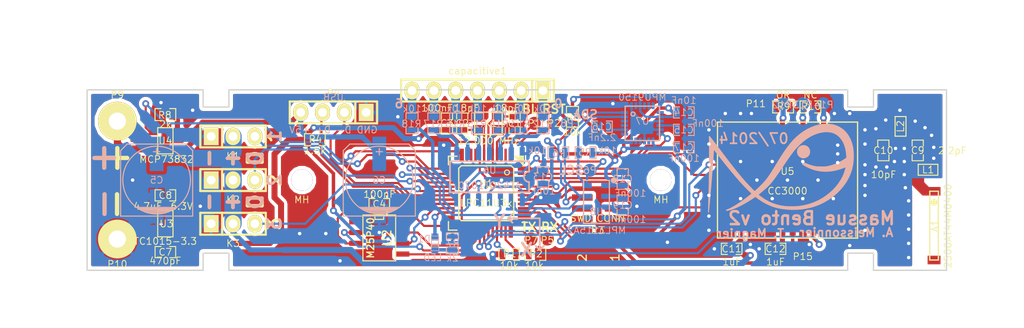
<source format=kicad_pcb>
(kicad_pcb (version 3) (host pcbnew "(2014-06-08 BZR 4933)-product")
  (title_block (title "Massue Bento") (rev v2) (company "Antoine Meissonnier / Tom Magnier"))
  (layers (15 F.Cu signal) (0 B.Cu signal) (18 B.Paste user) (19 F.Paste user) (20 B.SilkS user) (21 F.SilkS user) (22 B.Mask user) (23 F.Mask user) (28 Edge.Cuts user))
  (net 0 "")
  (net 1 +3.3V)
  (net 2 +5V_USB)
  (net 3 /BATT_MON)
  (net 4 /BL_ENABLE)
  (net 5 /FLASH_CS)
  (net 6 /FLASH_HOLD)
  (net 7 /FLASH_MISO)
  (net 8 /FLASH_MOSI)
  (net 9 /FLASH_SCK)
  (net 10 /FLASH_WRITE)
  (net 11 /LED1)
  (net 12 /LED2)
  (net 13 /LED3)
  (net 14 /ONBOARD_LED)
  (net 15 /RESET)
  (net 16 /RF/CC3000_SPI_CLK)
  (net 17 /RF/CC3000_SPI_CS)
  (net 18 /RF/CC3000_SPI_DIN)
  (net 19 /RF/CC3000_SPI_DOUT)
  (net 20 /RF/CC3000_SPI_IRQ)
  (net 21 /RF/CC3000_SW_EN)
  (net 22 /RF/WL_EN1)
  (net 23 /RF/WL_EN2)
  (net 24 /RX)
  (net 25 /SWCLK)
  (net 26 /SWDIO)
  (net 27 /TX)
  (net 28 /USB_DN)
  (net 29 /USB_DP)
  (net 30 /power/LIPO_CHRG_STAT)
  (net 31 /sensors/AT42_INT)
  (net 32 /sensors/MPU9150_INT)
  (net 33 /sensors/SCL)
  (net 34 /sensors/SDA)
  (net 35 GND)
  (net 36 "Net-(A1-Pad1)")
  (net 37 "Net-(C1-Pad1)")
  (net 38 "Net-(C10-Pad1)")
  (net 39 "Net-(C10-Pad2)")
  (net 40 "Net-(C15-Pad1)")
  (net 41 "Net-(C16-Pad2)")
  (net 42 "Net-(C2-Pad1)")
  (net 43 "Net-(C7-Pad1)")
  (net 44 "Net-(D1-Pad2)")
  (net 45 "Net-(P11-Pad1)")
  (net 46 "Net-(P12-Pad1)")
  (net 47 "Net-(P13-Pad1)")
  (net 48 "Net-(P14-Pad1)")
  (net 49 "Net-(P15-Pad1)")
  (net 50 "Net-(R12-Pad1)")
  (net 51 "Net-(R12-Pad2)")
  (net 52 "Net-(R13-Pad1)")
  (net 53 "Net-(R13-Pad2)")
  (net 54 "Net-(R14-Pad1)")
  (net 55 "Net-(R14-Pad2)")
  (net 56 "Net-(R15-Pad1)")
  (net 57 "Net-(R15-Pad2)")
  (net 58 "Net-(R16-Pad1)")
  (net 59 "Net-(R16-Pad2)")
  (net 60 "Net-(R17-Pad1)")
  (net 61 "Net-(R17-Pad2)")
  (net 62 "Net-(R18-Pad1)")
  (net 63 "Net-(R18-Pad2)")
  (net 64 "Net-(R8-Pad1)")
  (net 65 "Net-(U5-Pad27)")
  (net 66 "Net-(U5-Pad29)")
  (net 67 VBAT)
  (net 68 "Net-(C19-Pad1)")
  (net 69 /sensors/MPL3115_INT)
  (module Tom:Logo_Bento (layer B.Cu) (at 179.734 108.603)
    (fp_text reference G*** hide)
    (fp_text value LOGO hide)
  )
  (module Tom:2500AT44M0400 (layer F.Cu) (at 197.55 115.3 90)
    (fp_text reference A1 (at -0.034 0.091 90) (layer F.SilkS) (effects (font (size 0.8 0.8) (thickness 0.1))))
    (fp_text value 2500AT44M0400 (at -0.034 1.615 90) (layer F.SilkS) (effects (font (size 0.8 0.8) (thickness 0.1))))
    (pad 1 smd rect (at 4 0 90) (size 1 1.5) (layers F.Cu F.Paste F.Mask) (net 36 "Net-(A1-Pad1)"))
    (pad 2 smd rect (at -4 0 90) (size 1 1.5) (layers F.Cu F.Paste F.Mask))
  )
  (module SMD_Packages:SM0603_Capa (layer F.Cu) (at 148.746 103.396 270)
    (fp_text reference C1 (at 0 0 360) (layer F.SilkS) (effects (font (size 0.8 0.8) (thickness 0.1))))
    (fp_text value 18pF (at -1.778 0.889 360) (layer F.SilkS) (effects (font (size 0.8 0.8) (thickness 0.1))))
    (pad 1 smd rect (at -0.762 0 270) (size 0.635 1.143) (layers F.Cu F.Paste F.Mask) (net 37 "Net-(C1-Pad1)"))
    (pad 2 smd rect (at 0.762 0 270) (size 0.635 1.143) (layers F.Cu F.Paste F.Mask) (net 35 GND))
  )
  (module SMD_Packages:SM0603_Capa (layer F.Cu) (at 142.65 103.396 90)
    (fp_text reference C2 (at 0 0 180) (layer F.SilkS) (effects (font (size 0.8 0.8) (thickness 0.1))))
    (fp_text value 18pF (at 1.778 0.508 180) (layer F.SilkS) (effects (font (size 0.8 0.8) (thickness 0.1))))
    (pad 1 smd rect (at -0.762 0 90) (size 0.635 1.143) (layers F.Cu F.Paste F.Mask) (net 42 "Net-(C2-Pad1)"))
    (pad 2 smd rect (at 0.762 0 90) (size 0.635 1.143) (layers F.Cu F.Paste F.Mask) (net 35 GND))
  )
  (module SMD_Packages:SM0603_Capa (layer F.Cu) (at 140.872 103.396 90)
    (fp_text reference C3 (at 0 0 180) (layer F.SilkS) (effects (font (size 0.8 0.8) (thickness 0.1))))
    (fp_text value 100nF (at 1.778 -1.143 180) (layer F.SilkS) (effects (font (size 0.8 0.8) (thickness 0.1))))
    (pad 1 smd rect (at -0.762 0 90) (size 0.635 1.143) (layers F.Cu F.Paste F.Mask) (net 1 +3.3V))
    (pad 2 smd rect (at 0.762 0 90) (size 0.635 1.143) (layers F.Cu F.Paste F.Mask) (net 35 GND))
  )
  (module SMD_Packages:SM0603_Capa (layer F.Cu) (at 132.998 112.794 180)
    (fp_text reference C4 (at 0 0 360) (layer F.SilkS) (effects (font (size 0.8 0.8) (thickness 0.1))))
    (fp_text value 100nF (at 0 1.143 360) (layer F.SilkS) (effects (font (size 0.8 0.8) (thickness 0.1))))
    (pad 1 smd rect (at -0.762 0 180) (size 0.635 1.143) (layers F.Cu F.Paste F.Mask) (net 1 +3.3V))
    (pad 2 smd rect (at 0.762 0 180) (size 0.635 1.143) (layers F.Cu F.Paste F.Mask) (net 35 GND))
  )
  (module Capacitors_SMD:c_elec_8x6.7 (layer B.Cu) (at 107.09 110 90)
    (fp_text reference C5 (at 0 0 180) (layer B.SilkS) (effects (font (size 0.8 0.8) (thickness 0.1)) (justify mirror)))
    (fp_text value "220uF, 6.3V" hide)
    (pad 1 smd rect (at 3.05054 0 90) (size 4.0005 1.6002) (layers B.Cu B.Paste B.Mask) (net 67 VBAT))
    (pad 2 smd rect (at -3.05054 0 90) (size 4.0005 1.6002) (layers B.Cu B.Paste B.Mask) (net 35 GND))
  )
  (module Capacitors_SMD:c_elec_8x6.7 (layer B.Cu) (at 132.998 110 90)
    (fp_text reference C6 (at 0 0 180) (layer B.SilkS) (effects (font (size 0.8 0.8) (thickness 0.1)) (justify mirror)))
    (fp_text value "220uF, 6.3V" hide)
    (pad 1 smd rect (at 3.05054 0 90) (size 4.0005 1.6002) (layers B.Cu B.Paste B.Mask) (net 2 +5V_USB))
    (pad 2 smd rect (at -3.05054 0 90) (size 4.0005 1.6002) (layers B.Cu B.Paste B.Mask) (net 35 GND))
  )
  (module SMD_Packages:SM0603_Capa (layer F.Cu) (at 108.106 118.382 180)
    (fp_text reference C7 (at 0 0 360) (layer F.SilkS) (effects (font (size 0.8 0.8) (thickness 0.1))))
    (fp_text value 470pF (at 0 -1.016 360) (layer F.SilkS) (effects (font (size 0.8 0.8) (thickness 0.1))))
    (pad 1 smd rect (at -0.762 0 180) (size 0.635 1.143) (layers F.Cu F.Paste F.Mask) (net 43 "Net-(C7-Pad1)"))
    (pad 2 smd rect (at 0.762 0 180) (size 0.635 1.143) (layers F.Cu F.Paste F.Mask) (net 35 GND))
  )
  (module SMD_Packages:SM0603_Capa (layer F.Cu) (at 195.65 106.55 270)
    (fp_text reference C9 (at 0 0 360) (layer F.SilkS) (effects (font (size 0.8 0.8) (thickness 0.1))))
    (fp_text value 2.2pF (at 0.021 -4.023 360) (layer F.SilkS) (effects (font (size 0.8 0.8) (thickness 0.1))))
    (pad 1 smd rect (at -0.762 0 270) (size 0.635 1.143) (layers F.Cu F.Paste F.Mask) (net 38 "Net-(C10-Pad1)"))
    (pad 2 smd rect (at 0.762 0 270) (size 0.635 1.143) (layers F.Cu F.Paste F.Mask) (net 36 "Net-(A1-Pad1)"))
  )
  (module SMD_Packages:SM0603_Capa (layer F.Cu) (at 191.65 106.55 270)
    (fp_text reference C10 (at 0 0 360) (layer F.SilkS) (effects (font (size 0.8 0.8) (thickness 0.1))))
    (fp_text value 10pF (at 2.815 -0.022 360) (layer F.SilkS) (effects (font (size 0.8 0.8) (thickness 0.1))))
    (pad 1 smd rect (at -0.762 0 270) (size 0.635 1.143) (layers F.Cu F.Paste F.Mask) (net 38 "Net-(C10-Pad1)"))
    (pad 2 smd rect (at 0.762 0 270) (size 0.635 1.143) (layers F.Cu F.Paste F.Mask) (net 39 "Net-(C10-Pad2)"))
  )
  (module SMD_Packages:SM0603_Capa (layer F.Cu) (at 174 118 180)
    (fp_text reference C11 (at 0 0 360) (layer F.SilkS) (effects (font (size 0.8 0.8) (thickness 0.1))))
    (fp_text value 1uF (at -0.019 -1.525 360) (layer F.SilkS) (effects (font (size 0.8 0.8) (thickness 0.1))))
    (pad 1 smd rect (at -0.762 0 180) (size 0.635 1.143) (layers F.Cu F.Paste F.Mask) (net 67 VBAT))
    (pad 2 smd rect (at 0.762 0 180) (size 0.635 1.143) (layers F.Cu F.Paste F.Mask) (net 35 GND))
  )
  (module SMD_Packages:SM0603_Capa (layer F.Cu) (at 179.099 118.001 180)
    (fp_text reference C12 (at 0 0 360) (layer F.SilkS) (effects (font (size 0.8 0.8) (thickness 0.1))))
    (fp_text value 1uF (at 0 -1.524 360) (layer F.SilkS) (effects (font (size 0.8 0.8) (thickness 0.1))))
    (pad 1 smd rect (at -0.762 0 180) (size 0.635 1.143) (layers F.Cu F.Paste F.Mask) (net 1 +3.3V))
    (pad 2 smd rect (at 0.762 0 180) (size 0.635 1.143) (layers F.Cu F.Paste F.Mask) (net 35 GND))
  )
  (module SMD_Packages:SM0603_Capa (layer B.Cu) (at 152.048 109.619 90)
    (fp_text reference C13 (at 0 0 360) (layer B.SilkS) (effects (font (size 0.8 0.8) (thickness 0.1)) (justify mirror)))
    (fp_text value 10nF (at -1.651 0 360) (layer B.SilkS) (effects (font (size 0.8 0.8) (thickness 0.1)) (justify mirror)))
    (pad 1 smd rect (at -0.762 0 90) (size 0.635 1.143) (layers B.Cu B.Paste B.Mask) (net 1 +3.3V))
    (pad 2 smd rect (at 0.762 0 90) (size 0.635 1.143) (layers B.Cu B.Paste B.Mask) (net 35 GND))
  )
  (module SMD_Packages:SM0603_Capa (layer B.Cu) (at 168.431 102.126)
    (fp_text reference C14 (at 0 0) (layer B.SilkS) (effects (font (size 0.8 0.8) (thickness 0.1)) (justify mirror)))
    (fp_text value 10nF (at 0 -1.397) (layer B.SilkS) (effects (font (size 0.8 0.8) (thickness 0.1)) (justify mirror)))
    (pad 1 smd rect (at -0.762 0) (size 0.635 1.143) (layers B.Cu B.Paste B.Mask) (net 1 +3.3V))
    (pad 2 smd rect (at 0.762 0) (size 0.635 1.143) (layers B.Cu B.Paste B.Mask) (net 35 GND))
  )
  (module SMD_Packages:SM0603_Capa (layer B.Cu) (at 168.431 104.158)
    (fp_text reference C15 (at 0 0) (layer B.SilkS) (effects (font (size 0.8 0.8) (thickness 0.1)) (justify mirror)))
    (fp_text value 100nF (at 2.794 -0.762) (layer B.SilkS) (effects (font (size 0.8 0.8) (thickness 0.1)) (justify mirror)))
    (pad 1 smd rect (at -0.762 0) (size 0.635 1.143) (layers B.Cu B.Paste B.Mask) (net 40 "Net-(C15-Pad1)"))
    (pad 2 smd rect (at 0.762 0) (size 0.635 1.143) (layers B.Cu B.Paste B.Mask) (net 35 GND))
  )
  (module SMD_Packages:SM0603_Capa (layer B.Cu) (at 158.906 103.777)
    (fp_text reference C16 (at 0 0) (layer B.SilkS) (effects (font (size 0.8 0.8) (thickness 0.1)) (justify mirror)))
    (fp_text value 2.2nF (at 0 1.27) (layer B.SilkS) (effects (font (size 0.8 0.8) (thickness 0.1)) (justify mirror)))
    (pad 1 smd rect (at -0.762 0) (size 0.635 1.143) (layers B.Cu B.Paste B.Mask) (net 35 GND))
    (pad 2 smd rect (at 0.762 0) (size 0.635 1.143) (layers B.Cu B.Paste B.Mask) (net 41 "Net-(C16-Pad2)"))
  )
  (module SMD_Packages:SM0603_Capa (layer B.Cu) (at 168.431 106.19)
    (fp_text reference C17 (at 0 0) (layer B.SilkS) (effects (font (size 0.8 0.8) (thickness 0.1)) (justify mirror)))
    (fp_text value 100nF (at 0 1.27) (layer B.SilkS) (effects (font (size 0.8 0.8) (thickness 0.1)) (justify mirror)))
    (pad 1 smd rect (at -0.762 0) (size 0.635 1.143) (layers B.Cu B.Paste B.Mask) (net 1 +3.3V))
    (pad 2 smd rect (at 0.762 0) (size 0.635 1.143) (layers B.Cu B.Paste B.Mask) (net 35 GND))
  )
  (module SMD_Packages:SM0603_Capa (layer B.Cu) (at 161.319 109.873 90)
    (fp_text reference C18 (at 0 0 360) (layer B.SilkS) (effects (font (size 0.8 0.8) (thickness 0.1)) (justify mirror)))
    (fp_text value 100nF (at -1.651 0.889 360) (layer B.SilkS) (effects (font (size 0.8 0.8) (thickness 0.1)) (justify mirror)))
    (pad 1 smd rect (at -0.762 0 90) (size 0.635 1.143) (layers B.Cu B.Paste B.Mask) (net 1 +3.3V))
    (pad 2 smd rect (at 0.762 0 90) (size 0.635 1.143) (layers B.Cu B.Paste B.Mask) (net 35 GND))
  )
  (module Socket_Strips:Socket_Strip_Straight_1x07 (layer F.Cu) (at 144.428 99.586)
    (fp_text reference capacitive1 (at 0 -2.286) (layer F.SilkS) (effects (font (size 0.8 0.8) (thickness 0.1))))
    (fp_text value CONN_7 hide)
    (pad 1 thru_hole rect (at 7.62 0 180) (size 1.7272 2.032) (drill 1.016) (layers *.Cu *.Mask F.SilkS) (net 50 "Net-(R12-Pad1)"))
    (pad 2 thru_hole oval (at 5.08 0 180) (size 1.7272 2.032) (drill 1.016) (layers *.Cu *.Mask F.SilkS) (net 52 "Net-(R13-Pad1)"))
    (pad 3 thru_hole oval (at 2.54 0 180) (size 1.7272 2.032) (drill 1.016) (layers *.Cu *.Mask F.SilkS) (net 54 "Net-(R14-Pad1)"))
    (pad 4 thru_hole oval (at 0 0 180) (size 1.7272 2.032) (drill 1.016) (layers *.Cu *.Mask F.SilkS) (net 56 "Net-(R15-Pad1)"))
    (pad 5 thru_hole oval (at -2.54 0 180) (size 1.7272 2.032) (drill 1.016) (layers *.Cu *.Mask F.SilkS) (net 58 "Net-(R16-Pad1)"))
    (pad 6 thru_hole oval (at -5.08 0 180) (size 1.7272 2.032) (drill 1.016) (layers *.Cu *.Mask F.SilkS) (net 60 "Net-(R17-Pad1)"))
    (pad 7 thru_hole oval (at -7.62 0 180) (size 1.7272 2.032) (drill 1.016) (layers *.Cu *.Mask F.SilkS) (net 62 "Net-(R18-Pad1)"))
  )
  (module LEDs:LED-0603 (layer B.Cu) (at 139.475 117.366 270)
    (fp_text reference D1 (at -0.508 1.27 360) (layer B.SilkS) (effects (font (size 0.8 0.8) (thickness 0.1)) (justify mirror)))
    (fp_text value LED (at 1.651 0.254 360) (layer B.SilkS) (effects (font (size 0.8 0.8) (thickness 0.1)) (justify mirror)))
    (pad 1 smd rect (at -0.7493 0 270) (size 0.79756 0.79756) (layers B.Cu B.Paste B.Mask) (net 14 /ONBOARD_LED))
    (pad 2 smd rect (at 0.7493 0 270) (size 0.79756 0.79756) (layers B.Cu B.Paste B.Mask) (net 44 "Net-(D1-Pad2)"))
  )
  (module Socket_Strips:Socket_Strip_Straight_1x03 (layer F.Cu) (at 115.98 104.92 180)
    (fp_text reference K1 (at 0 -2.286 180) (layer F.SilkS) (effects (font (size 0.8 0.8) (thickness 0.1))))
    (fp_text value CONN_3 hide)
    (pad 1 thru_hole rect (at 2.54 0) (size 1.7272 2.032) (drill 1.016) (layers *.Cu *.Mask F.SilkS) (net 35 GND))
    (pad 2 thru_hole oval (at 0 0) (size 1.7272 2.032) (drill 1.016) (layers *.Cu *.Mask F.SilkS) (net 67 VBAT))
    (pad 3 thru_hole oval (at -2.54 0) (size 1.7272 2.032) (drill 1.016) (layers *.Cu *.Mask F.SilkS) (net 11 /LED1))
  )
  (module Socket_Strips:Socket_Strip_Straight_1x03 (layer F.Cu) (at 115.98 110 180)
    (fp_text reference K2 (at 0 -2.286 180) (layer F.SilkS) (effects (font (size 0.8 0.8) (thickness 0.1))))
    (fp_text value CONN_3 hide)
    (pad 1 thru_hole rect (at 2.54 0) (size 1.7272 2.032) (drill 1.016) (layers *.Cu *.Mask F.SilkS) (net 35 GND))
    (pad 2 thru_hole oval (at 0 0) (size 1.7272 2.032) (drill 1.016) (layers *.Cu *.Mask F.SilkS) (net 67 VBAT))
    (pad 3 thru_hole oval (at -2.54 0) (size 1.7272 2.032) (drill 1.016) (layers *.Cu *.Mask F.SilkS) (net 12 /LED2))
  )
  (module Socket_Strips:Socket_Strip_Straight_1x03 (layer F.Cu) (at 115.98 115.08 180)
    (fp_text reference K3 (at 0 -2.286 180) (layer F.SilkS) (effects (font (size 0.8 0.8) (thickness 0.1))))
    (fp_text value CONN_3 hide)
    (pad 1 thru_hole rect (at 2.54 0) (size 1.7272 2.032) (drill 1.016) (layers *.Cu *.Mask F.SilkS) (net 35 GND))
    (pad 2 thru_hole oval (at 0 0) (size 1.7272 2.032) (drill 1.016) (layers *.Cu *.Mask F.SilkS) (net 67 VBAT))
    (pad 3 thru_hole oval (at -2.54 0) (size 1.7272 2.032) (drill 1.016) (layers *.Cu *.Mask F.SilkS) (net 13 /LED3))
  )
  (module SMD_Packages:SM0603 (layer F.Cu) (at 196.85 108.8)
    (fp_text reference L1 (at 0 0) (layer F.SilkS) (effects (font (size 0.8 0.8) (thickness 0.1))))
    (fp_text value NC hide)
    (pad 1 smd rect (at -0.762 0) (size 0.635 1.143) (layers F.Cu F.Paste F.Mask) (net 36 "Net-(A1-Pad1)"))
    (pad 2 smd rect (at 0.762 0) (size 0.635 1.143) (layers F.Cu F.Paste F.Mask) (net 35 GND))
  )
  (module SMD_Packages:SM0603 (layer F.Cu) (at 193.65 103.75 90)
    (fp_text reference L2 (at 0 0 90) (layer F.SilkS) (effects (font (size 0.8 0.8) (thickness 0.1))))
    (fp_text value 2.2nH hide)
    (pad 1 smd rect (at -0.762 0 90) (size 0.635 1.143) (layers F.Cu F.Paste F.Mask) (net 38 "Net-(C10-Pad1)"))
    (pad 2 smd rect (at 0.762 0 90) (size 0.635 1.143) (layers F.Cu F.Paste F.Mask) (net 35 GND))
  )
  (module Tom:SWD_CONN (layer F.Cu) (at 158.525 114.572 180)
    (fp_text reference P3 (at 0.127 -1.27 180) (layer F.SilkS) (effects (font (size 0.8 0.8) (thickness 0.1))))
    (fp_text value SWD_CONN (at 0.127 0.127 180) (layer F.SilkS) (effects (font (size 0.8 0.8) (thickness 0.1))))
    (fp_text user 2 (at 1.905 -4.445 270) (layer F.SilkS))
    (fp_text user 1 (at -1.905 -4.445 270) (layer F.SilkS))
    (pad 1 smd rect (at -1.905 -2.54 180) (size 2.4 0.74) (layers F.Cu F.Paste F.Mask) (net 1 +3.3V))
    (pad 2 smd rect (at 1.905 -2.54 180) (size 2.4 0.74) (layers F.Cu F.Paste F.Mask) (net 26 /SWDIO))
    (pad 3 smd rect (at -1.905 -1.27 180) (size 2.4 0.74) (layers F.Cu F.Paste F.Mask) (net 35 GND))
    (pad 4 smd rect (at 1.905 -1.27 180) (size 2.4 0.74) (layers F.Cu F.Paste F.Mask) (net 25 /SWCLK))
    (pad 5 smd rect (at -1.905 0 180) (size 2.4 0.74) (layers F.Cu F.Paste F.Mask) (net 35 GND))
    (pad 6 smd rect (at 1.905 0 180) (size 2.4 0.74) (layers F.Cu F.Paste F.Mask))
    (pad 7 smd rect (at -1.905 1.27 180) (size 2.4 0.74) (layers F.Cu F.Paste F.Mask))
    (pad 8 smd rect (at 1.905 1.27 180) (size 2.4 0.74) (layers F.Cu F.Paste F.Mask))
    (pad 9 smd rect (at -1.905 2.54 180) (size 2.4 0.74) (layers F.Cu F.Paste F.Mask) (net 35 GND))
    (pad 10 smd rect (at 1.905 2.54 180) (size 2.4 0.74) (layers F.Cu F.Paste F.Mask) (net 15 /RESET))
  )
  (module Socket_Strips:Socket_Strip_Straight_1x04 (layer F.Cu) (at 127.664 102.126)
    (fp_text reference P4 (at 0 -2.286) (layer F.SilkS) (effects (font (size 0.8 0.8) (thickness 0.1))))
    (fp_text value CONN_4 hide)
    (pad 1 thru_hole rect (at 3.81 0 180) (size 1.7272 2.032) (drill 1.016) (layers *.Cu *.Mask F.SilkS) (net 35 GND))
    (pad 2 thru_hole oval (at 1.27 0 180) (size 1.7272 2.032) (drill 1.016) (layers *.Cu *.Mask F.SilkS) (net 28 /USB_DN))
    (pad 3 thru_hole oval (at -1.27 0 180) (size 1.7272 2.032) (drill 1.016) (layers *.Cu *.Mask F.SilkS) (net 29 /USB_DP))
    (pad 4 thru_hole oval (at -3.81 0 180) (size 1.7272 2.032) (drill 1.016) (layers *.Cu *.Mask F.SilkS) (net 2 +5V_USB))
  )
  (module SMD_Packages:SM0603_Resistor (layer F.Cu) (at 148.111 118.636)
    (fp_text reference R1 (at 0.0635 -0.0635 180) (layer F.SilkS) (effects (font (size 0.8 0.8) (thickness 0.1))))
    (fp_text value 10k (at 0 1.27 180) (layer F.SilkS) (effects (font (size 0.8 0.8) (thickness 0.1))))
    (pad 1 smd rect (at -0.762 0) (size 0.635 1.143) (layers F.Cu F.Paste F.Mask) (net 67 VBAT))
    (pad 2 smd rect (at 0.762 0) (size 0.635 1.143) (layers F.Cu F.Paste F.Mask) (net 3 /BATT_MON))
  )
  (module SMD_Packages:SM0603_Resistor (layer F.Cu) (at 151.159 118.636)
    (fp_text reference R2 (at 0.0635 -0.0635 180) (layer F.SilkS) (effects (font (size 0.8 0.8) (thickness 0.1))))
    (fp_text value 10k (at -0.127 1.27 180) (layer F.SilkS) (effects (font (size 0.8 0.8) (thickness 0.1))))
    (pad 1 smd rect (at -0.762 0) (size 0.635 1.143) (layers F.Cu F.Paste F.Mask) (net 3 /BATT_MON))
    (pad 2 smd rect (at 0.762 0) (size 0.635 1.143) (layers F.Cu F.Paste F.Mask) (net 35 GND))
  )
  (module SMD_Packages:SM0603_Resistor (layer F.Cu) (at 155.477 102.634 270)
    (fp_text reference R3 (at 0.0635 -0.0635 360) (layer F.SilkS) (effects (font (size 0.8 0.8) (thickness 0.1))))
    (fp_text value 10k (at 1.778 0 360) (layer F.SilkS) (effects (font (size 0.8 0.8) (thickness 0.1))))
    (pad 1 smd rect (at -0.762 0 270) (size 0.635 1.143) (layers F.Cu F.Paste F.Mask) (net 1 +3.3V))
    (pad 2 smd rect (at 0.762 0 270) (size 0.635 1.143) (layers F.Cu F.Paste F.Mask) (net 15 /RESET))
  )
  (module SMD_Packages:SM0603_Resistor (layer F.Cu) (at 125.505 105.301)
    (fp_text reference R4 (at 0.0635 -0.0635 180) (layer F.SilkS) (effects (font (size 0.8 0.8) (thickness 0.1))))
    (fp_text value 1.5k (at 0 1.27 180) (layer F.SilkS) (effects (font (size 0.8 0.8) (thickness 0.1))))
    (pad 1 smd rect (at -0.762 0) (size 0.635 1.143) (layers F.Cu F.Paste F.Mask) (net 1 +3.3V))
    (pad 2 smd rect (at 0.762 0) (size 0.635 1.143) (layers F.Cu F.Paste F.Mask) (net 29 /USB_DP))
  )
  (module SMD_Packages:SM0603_Resistor (layer B.Cu) (at 157.001 106.825 180)
    (fp_text reference R5 (at 0.0635 0.0635 180) (layer B.SilkS) (effects (font (size 0.8 0.8) (thickness 0.1)) (justify mirror)))
    (fp_text value 10k (at -2.54 0.254 180) (layer B.SilkS) (effects (font (size 0.8 0.8) (thickness 0.1)) (justify mirror)))
    (pad 1 smd rect (at -0.762 0 180) (size 0.635 1.143) (layers B.Cu B.Paste B.Mask) (net 1 +3.3V))
    (pad 2 smd rect (at 0.762 0 180) (size 0.635 1.143) (layers B.Cu B.Paste B.Mask) (net 33 /sensors/SCL))
  )
  (module SMD_Packages:SM0603_Resistor (layer B.Cu) (at 153.826 106.825)
    (fp_text reference R6 (at 0.0635 0.0635) (layer B.SilkS) (effects (font (size 0.8 0.8) (thickness 0.1)) (justify mirror)))
    (fp_text value 10k (at -2.413 -0.254) (layer B.SilkS) (effects (font (size 0.8 0.8) (thickness 0.1)) (justify mirror)))
    (pad 1 smd rect (at -0.762 0) (size 0.635 1.143) (layers B.Cu B.Paste B.Mask) (net 1 +3.3V))
    (pad 2 smd rect (at 0.762 0) (size 0.635 1.143) (layers B.Cu B.Paste B.Mask) (net 34 /sensors/SDA))
  )
  (module SMD_Packages:SM0603_Resistor (layer B.Cu) (at 141.507 117.366 90)
    (fp_text reference R7 (at 0.0635 0.0635 360) (layer B.SilkS) (effects (font (size 0.8 0.8) (thickness 0.1)) (justify mirror)))
    (fp_text value 2k (at -1.69926 0 360) (layer B.SilkS) (effects (font (size 0.8 0.8) (thickness 0.1)) (justify mirror)))
    (pad 1 smd rect (at -0.762 0 90) (size 0.635 1.143) (layers B.Cu B.Paste B.Mask) (net 44 "Net-(D1-Pad2)"))
    (pad 2 smd rect (at 0.762 0 90) (size 0.635 1.143) (layers B.Cu B.Paste B.Mask) (net 35 GND))
  )
  (module SMD_Packages:SM0603_Resistor (layer F.Cu) (at 108.106 102.38 180)
    (fp_text reference R8 (at 0.0635 -0.0635 360) (layer F.SilkS) (effects (font (size 0.8 0.8) (thickness 0.1))))
    (fp_text value 2k (at 0 -1.143 360) (layer F.SilkS) (effects (font (size 0.8 0.8) (thickness 0.1))))
    (pad 1 smd rect (at -0.762 0 180) (size 0.635 1.143) (layers F.Cu F.Paste F.Mask) (net 64 "Net-(R8-Pad1)"))
    (pad 2 smd rect (at 0.762 0 180) (size 0.635 1.143) (layers F.Cu F.Paste F.Mask) (net 35 GND))
  )
  (module SMD_Packages:SM0603_Resistor (layer F.Cu) (at 179.988 101.491)
    (fp_text reference R9 (at 0.0635 -0.0635 180) (layer F.SilkS) (effects (font (size 0.8 0.8) (thickness 0.1))))
    (fp_text value OR (at 0 -1.397 180) (layer F.SilkS) (effects (font (size 0.8 0.8) (thickness 0.1))))
    (pad 1 smd rect (at -0.762 0) (size 0.635 1.143) (layers F.Cu F.Paste F.Mask) (net 22 /RF/WL_EN1))
    (pad 2 smd rect (at 0.762 0) (size 0.635 1.143) (layers F.Cu F.Paste F.Mask) (net 23 /RF/WL_EN2))
  )
  (module SMD_Packages:SM0603_Resistor (layer F.Cu) (at 183.163 101.491)
    (fp_text reference R10 (at 0.0635 -0.0635 180) (layer F.SilkS) (effects (font (size 0.8 0.8) (thickness 0.1))))
    (fp_text value NC (at 0 -1.397 180) (layer F.SilkS) (effects (font (size 0.8 0.8) (thickness 0.1))))
    (pad 1 smd rect (at -0.762 0) (size 0.635 1.143) (layers F.Cu F.Paste F.Mask) (net 23 /RF/WL_EN2))
    (pad 2 smd rect (at 0.762 0) (size 0.635 1.143) (layers F.Cu F.Paste F.Mask) (net 35 GND))
  )
  (module SMD_Packages:SM0603_Resistor (layer B.Cu) (at 152.048 103.396 270)
    (fp_text reference R12 (at 0.0635 0.0635 540) (layer B.SilkS) (effects (font (size 0.8 0.8) (thickness 0.1)) (justify mirror)))
    (fp_text value 10k (at -1.69926 0 540) (layer B.SilkS) (effects (font (size 0.8 0.8) (thickness 0.1)) (justify mirror)))
    (pad 1 smd rect (at -0.762 0 270) (size 0.635 1.143) (layers B.Cu B.Paste B.Mask) (net 50 "Net-(R12-Pad1)"))
    (pad 2 smd rect (at 0.762 0 270) (size 0.635 1.143) (layers B.Cu B.Paste B.Mask) (net 51 "Net-(R12-Pad2)"))
  )
  (module SMD_Packages:SM0603_Resistor (layer B.Cu) (at 149.508 103.396 270)
    (fp_text reference R13 (at 0.0635 0.0635 540) (layer B.SilkS) (effects (font (size 0.8 0.8) (thickness 0.1)) (justify mirror)))
    (fp_text value 10k (at -1.69926 0 540) (layer B.SilkS) (effects (font (size 0.8 0.8) (thickness 0.1)) (justify mirror)))
    (pad 1 smd rect (at -0.762 0 270) (size 0.635 1.143) (layers B.Cu B.Paste B.Mask) (net 52 "Net-(R13-Pad1)"))
    (pad 2 smd rect (at 0.762 0 270) (size 0.635 1.143) (layers B.Cu B.Paste B.Mask) (net 53 "Net-(R13-Pad2)"))
  )
  (module SMD_Packages:SM0603_Resistor (layer B.Cu) (at 146.968 103.396 270)
    (fp_text reference R14 (at 0.0635 0.0635 540) (layer B.SilkS) (effects (font (size 0.8 0.8) (thickness 0.1)) (justify mirror)))
    (fp_text value 10k (at -1.69926 0 540) (layer B.SilkS) (effects (font (size 0.8 0.8) (thickness 0.1)) (justify mirror)))
    (pad 1 smd rect (at -0.762 0 270) (size 0.635 1.143) (layers B.Cu B.Paste B.Mask) (net 54 "Net-(R14-Pad1)"))
    (pad 2 smd rect (at 0.762 0 270) (size 0.635 1.143) (layers B.Cu B.Paste B.Mask) (net 55 "Net-(R14-Pad2)"))
  )
  (module SMD_Packages:SM0603_Resistor (layer B.Cu) (at 144.428 103.396 270)
    (fp_text reference R15 (at 0.0635 0.0635 540) (layer B.SilkS) (effects (font (size 0.8 0.8) (thickness 0.1)) (justify mirror)))
    (fp_text value 10k (at -1.69926 0 540) (layer B.SilkS) (effects (font (size 0.8 0.8) (thickness 0.1)) (justify mirror)))
    (pad 1 smd rect (at -0.762 0 270) (size 0.635 1.143) (layers B.Cu B.Paste B.Mask) (net 56 "Net-(R15-Pad1)"))
    (pad 2 smd rect (at 0.762 0 270) (size 0.635 1.143) (layers B.Cu B.Paste B.Mask) (net 57 "Net-(R15-Pad2)"))
  )
  (module SMD_Packages:SM0603_Resistor (layer B.Cu) (at 141.888 103.396 270)
    (fp_text reference R16 (at 0.0635 0.0635 540) (layer B.SilkS) (effects (font (size 0.8 0.8) (thickness 0.1)) (justify mirror)))
    (fp_text value 10k (at -1.69926 0 540) (layer B.SilkS) (effects (font (size 0.8 0.8) (thickness 0.1)) (justify mirror)))
    (pad 1 smd rect (at -0.762 0 270) (size 0.635 1.143) (layers B.Cu B.Paste B.Mask) (net 58 "Net-(R16-Pad1)"))
    (pad 2 smd rect (at 0.762 0 270) (size 0.635 1.143) (layers B.Cu B.Paste B.Mask) (net 59 "Net-(R16-Pad2)"))
  )
  (module SMD_Packages:SM0603_Resistor (layer B.Cu) (at 139.348 103.396 270)
    (fp_text reference R17 (at 0.0635 0.0635 540) (layer B.SilkS) (effects (font (size 0.8 0.8) (thickness 0.1)) (justify mirror)))
    (fp_text value 10k (at -1.69926 0 540) (layer B.SilkS) (effects (font (size 0.8 0.8) (thickness 0.1)) (justify mirror)))
    (pad 1 smd rect (at -0.762 0 270) (size 0.635 1.143) (layers B.Cu B.Paste B.Mask) (net 60 "Net-(R17-Pad1)"))
    (pad 2 smd rect (at 0.762 0 270) (size 0.635 1.143) (layers B.Cu B.Paste B.Mask) (net 61 "Net-(R17-Pad2)"))
  )
  (module SMD_Packages:SM0603_Resistor (layer B.Cu) (at 136.808 103.396 270)
    (fp_text reference R18 (at 0.0635 0.0635 540) (layer B.SilkS) (effects (font (size 0.8 0.8) (thickness 0.1)) (justify mirror)))
    (fp_text value 10k (at -1.69926 0 540) (layer B.SilkS) (effects (font (size 0.8 0.8) (thickness 0.1)) (justify mirror)))
    (pad 1 smd rect (at -0.762 0 270) (size 0.635 1.143) (layers B.Cu B.Paste B.Mask) (net 62 "Net-(R18-Pad1)"))
    (pad 2 smd rect (at 0.762 0 270) (size 0.635 1.143) (layers B.Cu B.Paste B.Mask) (net 63 "Net-(R18-Pad2)"))
  )
  (module Tom:LQFP-48 (layer F.Cu) (at 145.444 111.524 180)
    (fp_text reference U1 (at 0 1.143 180) (layer F.SilkS) (effects (font (size 0.8 0.8) (thickness 0.1))))
    (fp_text value LPC11U3x (at 0 -1.143 180) (layer F.SilkS) (effects (font (size 0.8 0.8) (thickness 0.1))))
    (pad 4 smd rect (at -1.25 4.425 180) (size 0.28 1.5) (layers F.Cu F.Paste F.Mask) (net 4 /BL_ENABLE))
    (pad 5 smd rect (at -0.75 4.425 180) (size 0.28 1.5) (layers F.Cu F.Paste F.Mask) (net 35 GND))
    (pad 6 smd rect (at -0.25 4.425 180) (size 0.28 1.5) (layers F.Cu F.Paste F.Mask) (net 37 "Net-(C1-Pad1)"))
    (pad 7 smd rect (at 0.25 4.425 180) (size 0.28 1.5) (layers F.Cu F.Paste F.Mask) (net 42 "Net-(C2-Pad1)"))
    (pad 8 smd rect (at 0.75 4.425 180) (size 0.28 1.5) (layers F.Cu F.Paste F.Mask) (net 1 +3.3V))
    (pad 1 smd rect (at -2.85 4.425 180) (size 0.5 1.5) (layers F.Cu F.Paste F.Mask))
    (pad 2 smd rect (at -2.25 4.425 180) (size 0.28 1.5) (layers F.Cu F.Paste F.Mask))
    (pad 3 smd rect (at -1.75 4.425 180) (size 0.28 1.5) (layers F.Cu F.Paste F.Mask) (net 15 /RESET))
    (pad 13 smd rect (at 4.425 2.85 270) (size 0.5 1.5) (layers F.Cu F.Paste F.Mask) (net 11 /LED1))
    (pad 14 smd rect (at 4.425 2.25 270) (size 0.28 1.5) (layers F.Cu F.Paste F.Mask) (net 2 +5V_USB))
    (pad 15 smd rect (at 4.425 1.75 270) (size 0.28 1.5) (layers F.Cu F.Paste F.Mask) (net 33 /sensors/SCL))
    (pad 16 smd rect (at 4.425 1.25 270) (size 0.28 1.5) (layers F.Cu F.Paste F.Mask) (net 34 /sensors/SDA))
    (pad 17 smd rect (at 4.425 0.75 270) (size 0.28 1.5) (layers F.Cu F.Paste F.Mask) (net 12 /LED2))
    (pad 18 smd rect (at 4.425 0.25 270) (size 0.28 1.5) (layers F.Cu F.Paste F.Mask) (net 13 /LED3))
    (pad 19 smd rect (at 4.425 -0.25 270) (size 0.28 1.5) (layers F.Cu F.Paste F.Mask) (net 28 /USB_DN))
    (pad 20 smd rect (at 4.425 -0.75 270) (size 0.28 1.5) (layers F.Cu F.Paste F.Mask) (net 29 /USB_DP))
    (pad 25 smd rect (at 2.85 -4.425 180) (size 0.5 1.5) (layers F.Cu F.Paste F.Mask) (net 31 /sensors/AT42_INT))
    (pad 26 smd rect (at 2.25 -4.425 180) (size 0.28 1.5) (layers F.Cu F.Paste F.Mask) (net 6 /FLASH_HOLD))
    (pad 27 smd rect (at 1.75 -4.425 180) (size 0.28 1.5) (layers F.Cu F.Paste F.Mask) (net 7 /FLASH_MISO))
    (pad 28 smd rect (at 1.25 -4.425 180) (size 0.28 1.5) (layers F.Cu F.Paste F.Mask) (net 8 /FLASH_MOSI))
    (pad 29 smd rect (at 0.75 -4.425 180) (size 0.28 1.5) (layers F.Cu F.Paste F.Mask) (net 25 /SWCLK))
    (pad 30 smd rect (at 0.25 -4.425 180) (size 0.28 1.5) (layers F.Cu F.Paste F.Mask) (net 19 /RF/CC3000_SPI_DOUT))
    (pad 31 smd rect (at -0.25 -4.425 180) (size 0.28 1.5) (layers F.Cu F.Paste F.Mask))
    (pad 32 smd rect (at -0.75 -4.425 180) (size 0.28 1.5) (layers F.Cu F.Paste F.Mask))
    (pad 37 smd rect (at -4.425 -2.85 270) (size 0.5 1.5) (layers F.Cu F.Paste F.Mask) (net 24 /RX))
    (pad 38 smd rect (at -4.425 -2.25 270) (size 0.28 1.5) (layers F.Cu F.Paste F.Mask) (net 18 /RF/CC3000_SPI_DIN))
    (pad 39 smd rect (at -4.425 -1.75 270) (size 0.28 1.5) (layers F.Cu F.Paste F.Mask) (net 26 /SWDIO))
    (pad 40 smd rect (at -4.425 -1.25 270) (size 0.28 1.5) (layers F.Cu F.Paste F.Mask) (net 69 /sensors/MPL3115_INT))
    (pad 41 smd rect (at -4.425 -0.75 270) (size 0.28 1.5) (layers F.Cu F.Paste F.Mask) (net 35 GND))
    (pad 42 smd rect (at -4.425 -0.25 270) (size 0.28 1.5) (layers F.Cu F.Paste F.Mask))
    (pad 43 smd rect (at -4.425 0.25 270) (size 0.28 1.5) (layers F.Cu F.Paste F.Mask) (net 16 /RF/CC3000_SPI_CLK))
    (pad 44 smd rect (at -4.425 0.75 270) (size 0.28 1.5) (layers F.Cu F.Paste F.Mask) (net 1 +3.3V))
    (pad 9 smd rect (at 1.25 4.425 180) (size 0.28 1.5) (layers F.Cu F.Paste F.Mask))
    (pad 10 smd rect (at 1.75 4.425 180) (size 0.28 1.5) (layers F.Cu F.Paste F.Mask))
    (pad 11 smd rect (at 2.25 4.425 180) (size 0.28 1.5) (layers F.Cu F.Paste F.Mask))
    (pad 12 smd rect (at 2.85 4.425 180) (size 0.5 1.5) (layers F.Cu F.Paste F.Mask) (net 30 /power/LIPO_CHRG_STAT))
    (pad 21 smd rect (at 4.425 -1.25 270) (size 0.28 1.5) (layers F.Cu F.Paste F.Mask) (net 10 /FLASH_WRITE))
    (pad 22 smd rect (at 4.425 -1.75 270) (size 0.28 1.5) (layers F.Cu F.Paste F.Mask) (net 9 /FLASH_SCK))
    (pad 23 smd rect (at 4.425 -2.25 270) (size 0.28 1.5) (layers F.Cu F.Paste F.Mask) (net 14 /ONBOARD_LED))
    (pad 24 smd rect (at 4.425 -2.85 270) (size 0.5 1.5) (layers F.Cu F.Paste F.Mask) (net 5 /FLASH_CS))
    (pad 33 smd rect (at -1.25 -4.425 180) (size 0.28 1.5) (layers F.Cu F.Paste F.Mask) (net 21 /RF/CC3000_SW_EN))
    (pad 34 smd rect (at -1.75 -4.425 180) (size 0.28 1.5) (layers F.Cu F.Paste F.Mask))
    (pad 35 smd rect (at -2.25 -4.425 180) (size 0.28 1.5) (layers F.Cu F.Paste F.Mask) (net 3 /BATT_MON))
    (pad 36 smd rect (at -2.85 -4.425 180) (size 0.5 1.5) (layers F.Cu F.Paste F.Mask) (net 27 /TX))
    (pad 45 smd rect (at -4.425 1.25 270) (size 0.28 1.5) (layers F.Cu F.Paste F.Mask))
    (pad 46 smd rect (at -4.425 1.75 270) (size 0.28 1.5) (layers F.Cu F.Paste F.Mask) (net 20 /RF/CC3000_SPI_IRQ))
    (pad 47 smd rect (at -4.425 2.25 270) (size 0.28 1.5) (layers F.Cu F.Paste F.Mask) (net 17 /RF/CC3000_SPI_CS))
    (pad 48 smd rect (at -4.425 2.85 270) (size 0.5 1.5) (layers F.Cu F.Paste F.Mask) (net 32 /sensors/MPU9150_INT))
  )
  (module Tom:SOT-23-5 (layer F.Cu) (at 108.106 115.08 270)
    (fp_text reference U3 (at 0 -0.127 360) (layer F.SilkS) (effects (font (size 0.8 0.8) (thickness 0.1))))
    (fp_text value TC1015-3.3 (at 2.032 0 360) (layer F.SilkS) (effects (font (size 0.8 0.8) (thickness 0.1))))
    (pad 1 smd rect (at -0.95 1.4 270) (size 0.6 1.1) (layers F.Cu F.Paste F.Mask) (net 67 VBAT))
    (pad 3 smd rect (at 0.95 1.4 270) (size 0.6 1.1) (layers F.Cu F.Paste F.Mask) (net 67 VBAT))
    (pad 5 smd rect (at -0.95 -1.4 270) (size 0.6 1.1) (layers F.Cu F.Paste F.Mask) (net 1 +3.3V))
    (pad 2 smd rect (at 0 1.4 270) (size 0.6 1.1) (layers F.Cu F.Paste F.Mask) (net 35 GND))
    (pad 4 smd rect (at 0.95 -1.4 270) (size 0.6 1.1) (layers F.Cu F.Paste F.Mask) (net 43 "Net-(C7-Pad1)"))
  )
  (module Tom:SOT-23-5 (layer F.Cu) (at 108.106 105.428 270)
    (fp_text reference U4 (at 0 0 360) (layer F.SilkS) (effects (font (size 0.8 0.8) (thickness 0.1))))
    (fp_text value MCP73832 (at 2.159 -0.127 360) (layer F.SilkS) (effects (font (size 0.8 0.8) (thickness 0.1))))
    (pad 1 smd rect (at -0.95 1.4 270) (size 0.6 1.1) (layers F.Cu F.Paste F.Mask) (net 30 /power/LIPO_CHRG_STAT))
    (pad 3 smd rect (at 0.95 1.4 270) (size 0.6 1.1) (layers F.Cu F.Paste F.Mask) (net 67 VBAT))
    (pad 5 smd rect (at -0.95 -1.4 270) (size 0.6 1.1) (layers F.Cu F.Paste F.Mask) (net 64 "Net-(R8-Pad1)"))
    (pad 2 smd rect (at 0 1.4 270) (size 0.6 1.1) (layers F.Cu F.Paste F.Mask) (net 35 GND))
    (pad 4 smd rect (at 0.95 -1.4 270) (size 0.6 1.1) (layers F.Cu F.Paste F.Mask) (net 2 +5V_USB))
  )
  (module Tom:CC3000 (layer F.Cu) (at 180.5 110 270)
    (fp_text reference U5 (at -1.016 0.004 360) (layer F.SilkS) (effects (font (size 0.8 0.8) (thickness 0.1))))
    (fp_text value CC3000 (at 1.27 0.004 360) (layer F.SilkS) (effects (font (size 0.8 0.8) (thickness 0.1))))
    (pad 1 smd rect (at -5.85 -5.4 270) (size 1.2 0.7) (layers F.Cu F.Paste F.Mask) (net 35 GND))
    (pad 2 smd rect (at -5.85 -4.2 270) (size 1.2 0.7) (layers F.Cu F.Paste F.Mask) (net 48 "Net-(P14-Pad1)"))
    (pad 3 smd rect (at -5.85 -3 270) (size 1.2 0.7) (layers F.Cu F.Paste F.Mask))
    (pad 4 smd rect (at -5.85 -1.8 270) (size 1.2 0.7) (layers F.Cu F.Paste F.Mask) (net 47 "Net-(P13-Pad1)"))
    (pad 43 smd rect (at -5.85 -7.25 270) (size 1.2 1.2) (layers F.Cu F.Paste F.Mask) (net 35 GND))
    (pad 5 smd rect (at -5.85 -0.6 270) (size 1.2 0.7) (layers F.Cu F.Paste F.Mask) (net 23 /RF/WL_EN2))
    (pad 6 smd rect (at -5.85 0.6 270) (size 1.2 0.7) (layers F.Cu F.Paste F.Mask) (net 46 "Net-(P12-Pad1)"))
    (pad 7 smd rect (at -5.85 1.8 270) (size 1.2 0.7) (layers F.Cu F.Paste F.Mask) (net 22 /RF/WL_EN1))
    (pad 8 smd rect (at -5.85 3 270) (size 1.2 0.7) (layers F.Cu F.Paste F.Mask) (net 45 "Net-(P11-Pad1)"))
    (pad 9 smd rect (at -5.85 4.2 270) (size 1.2 0.7) (layers F.Cu F.Paste F.Mask) (net 35 GND))
    (pad 10 smd rect (at -5.85 5.4 270) (size 1.2 0.7) (layers F.Cu F.Paste F.Mask) (net 35 GND))
    (pad 19 smd rect (at 5.85 5.4 270) (size 1.2 0.7) (layers F.Cu F.Paste F.Mask) (net 67 VBAT))
    (pad 20 smd rect (at 5.85 4.2 270) (size 1.2 0.7) (layers F.Cu F.Paste F.Mask) (net 35 GND))
    (pad 21 smd rect (at 5.85 3 270) (size 1.2 0.7) (layers F.Cu F.Paste F.Mask) (net 35 GND))
    (pad 22 smd rect (at 5.85 1.8 270) (size 1.2 0.7) (layers F.Cu F.Paste F.Mask) (net 35 GND))
    (pad 23 smd rect (at 5.85 0.6 270) (size 1.2 0.7) (layers F.Cu F.Paste F.Mask) (net 1 +3.3V))
    (pad 24 smd rect (at 5.85 -0.6 270) (size 1.2 0.7) (layers F.Cu F.Paste F.Mask) (net 49 "Net-(P15-Pad1)"))
    (pad 25 smd rect (at 5.85 -1.8 270) (size 1.2 0.7) (layers F.Cu F.Paste F.Mask) (net 35 GND))
    (pad 26 smd rect (at 5.85 -3 270) (size 1.2 0.7) (layers F.Cu F.Paste F.Mask) (net 21 /RF/CC3000_SW_EN))
    (pad 27 smd rect (at 5.85 -4.2 270) (size 1.2 0.7) (layers F.Cu F.Paste F.Mask) (net 65 "Net-(U5-Pad27)"))
    (pad 28 smd rect (at 5.85 -5.4 270) (size 1.2 0.7) (layers F.Cu F.Paste F.Mask) (net 65 "Net-(U5-Pad27)"))
    (pad 44 smd rect (at -5.85 7.25 270) (size 1.2 1.2) (layers F.Cu F.Paste F.Mask) (net 35 GND))
    (pad 11 smd rect (at -4.2 7.25 270) (size 0.7 1.2) (layers F.Cu F.Paste F.Mask) (net 35 GND))
    (pad 12 smd rect (at -3 7.25 270) (size 0.7 1.2) (layers F.Cu F.Paste F.Mask) (net 17 /RF/CC3000_SPI_CS))
    (pad 13 smd rect (at -1.8 7.25 270) (size 0.7 1.2) (layers F.Cu F.Paste F.Mask) (net 19 /RF/CC3000_SPI_DOUT))
    (pad 14 smd rect (at -0.6 7.25 270) (size 0.7 1.2) (layers F.Cu F.Paste F.Mask) (net 20 /RF/CC3000_SPI_IRQ))
    (pad 15 smd rect (at 0.6 7.25 270) (size 0.7 1.2) (layers F.Cu F.Paste F.Mask) (net 18 /RF/CC3000_SPI_DIN))
    (pad 16 smd rect (at 1.8 7.25 270) (size 0.7 1.2) (layers F.Cu F.Paste F.Mask) (net 35 GND))
    (pad 17 smd rect (at 3 7.25 270) (size 0.7 1.2) (layers F.Cu F.Paste F.Mask) (net 16 /RF/CC3000_SPI_CLK))
    (pad 18 smd rect (at 4.2 7.25 270) (size 0.7 1.2) (layers F.Cu F.Paste F.Mask) (net 35 GND))
    (pad 45 smd rect (at 5.85 7.25 270) (size 1.2 1.2) (layers F.Cu F.Paste F.Mask) (net 35 GND))
    (pad 46 smd rect (at 5.85 -7.25 270) (size 1.2 1.2) (layers F.Cu F.Paste F.Mask) (net 35 GND))
    (pad 29 smd rect (at 4.2 -7.25 270) (size 0.7 1.2) (layers F.Cu F.Paste F.Mask) (net 66 "Net-(U5-Pad29)"))
    (pad 30 smd rect (at 3 -7.25 270) (size 0.7 1.2) (layers F.Cu F.Paste F.Mask) (net 66 "Net-(U5-Pad29)"))
    (pad 31 smd rect (at 1.8 -7.25 270) (size 0.7 1.2) (layers F.Cu F.Paste F.Mask) (net 35 GND))
    (pad 32 smd rect (at 0.6 -7.25 270) (size 0.7 1.2) (layers F.Cu F.Paste F.Mask) (net 35 GND))
    (pad 33 smd rect (at -0.6 -7.25 270) (size 0.7 1.2) (layers F.Cu F.Paste F.Mask) (net 35 GND))
    (pad 34 smd rect (at -1.8 -7.25 270) (size 0.7 1.2) (layers F.Cu F.Paste F.Mask) (net 35 GND))
    (pad 35 smd rect (at -3 -7.25 270) (size 0.7 1.2) (layers F.Cu F.Paste F.Mask) (net 39 "Net-(C10-Pad2)"))
    (pad 36 smd rect (at -4.2 -7.25 270) (size 0.7 1.2) (layers F.Cu F.Paste F.Mask) (net 35 GND))
    (pad 37 smd rect (at -2.15 -3.6 270) (size 2.4 1.9) (layers F.Cu F.Paste F.Mask) (net 35 GND))
    (pad 38 smd rect (at -2.15 0 270) (size 2.4 1.9) (layers F.Cu F.Paste F.Mask) (net 35 GND))
    (pad 39 smd rect (at -2.15 3.6 270) (size 2.4 1.9) (layers F.Cu F.Paste F.Mask) (net 35 GND))
    (pad 40 smd rect (at 2.15 -3.6 270) (size 2.4 1.9) (layers F.Cu F.Paste F.Mask) (net 35 GND))
    (pad 41 smd rect (at 2.15 0 270) (size 2.4 1.9) (layers F.Cu F.Paste F.Mask) (net 35 GND))
    (pad 42 smd rect (at 2.15 3.6 270) (size 2.4 1.9) (layers F.Cu F.Paste F.Mask) (net 35 GND))
  )
  (module SOIC_Packages:SOIC-14_Narrow (layer B.Cu) (at 145.825 109.619 180)
    (fp_text reference U6 (at 0 0.762 180) (layer B.SilkS) (effects (font (size 0.8 0.8) (thickness 0.1)) (justify mirror)))
    (fp_text value AT42QT1070 (at 0 -1.016 180) (layer B.SilkS) (effects (font (size 0.8 0.8) (thickness 0.1)) (justify mirror)))
    (pad 1 smd rect (at -3.81 -2.7 180) (size 0.6 1.5) (layers B.Cu B.Paste B.Mask) (net 1 +3.3V))
    (pad 2 smd rect (at -2.54 -2.7 180) (size 0.6 1.5) (layers B.Cu B.Paste B.Mask) (net 35 GND))
    (pad 3 smd rect (at -1.27 -2.7 180) (size 0.6 1.5) (layers B.Cu B.Paste B.Mask) (net 34 /sensors/SDA))
    (pad 4 smd rect (at 0 -2.7 180) (size 0.6 1.5) (layers B.Cu B.Paste B.Mask) (net 1 +3.3V))
    (pad 5 smd rect (at 1.27 -2.7 180) (size 0.6 1.5) (layers B.Cu B.Paste B.Mask) (net 31 /sensors/AT42_INT))
    (pad 6 smd rect (at 2.54 -2.7 180) (size 0.6 1.5) (layers B.Cu B.Paste B.Mask) (net 33 /sensors/SCL))
    (pad 7 smd rect (at 3.81 -2.7 180) (size 0.6 1.5) (layers B.Cu B.Paste B.Mask) (net 63 "Net-(R18-Pad2)"))
    (pad 8 smd rect (at 3.81 2.7 180) (size 0.6 1.5) (layers B.Cu B.Paste B.Mask) (net 61 "Net-(R17-Pad2)"))
    (pad 9 smd rect (at 2.54 2.7 180) (size 0.6 1.5) (layers B.Cu B.Paste B.Mask) (net 59 "Net-(R16-Pad2)"))
    (pad 10 smd rect (at 1.27 2.7 180) (size 0.6 1.5) (layers B.Cu B.Paste B.Mask) (net 57 "Net-(R15-Pad2)"))
    (pad 11 smd rect (at 0 2.7 180) (size 0.6 1.5) (layers B.Cu B.Paste B.Mask) (net 55 "Net-(R14-Pad2)"))
    (pad 12 smd rect (at -1.27 2.7 180) (size 0.6 1.5) (layers B.Cu B.Paste B.Mask) (net 53 "Net-(R13-Pad2)"))
    (pad 13 smd rect (at -2.54 2.7 180) (size 0.6 1.5) (layers B.Cu B.Paste B.Mask) (net 51 "Net-(R12-Pad2)"))
    (pad 14 smd rect (at -3.81 2.7 180) (size 0.6 1.5) (layers B.Cu B.Paste B.Mask) (net 35 GND))
  )
  (module Mounting_Holes:MountingHole_2-5mm (layer F.Cu) (at 165.75 110)
    (fp_text reference MH (at 0.014 2.286) (layer F.SilkS) (effects (font (size 0.8 0.8) (thickness 0.1))))
    (fp_text value MountingHole_2-5mm_RevA_Date21Jun2010 hide)
    (pad 1 thru_hole circle (at 0 0) (size 2.49936 2.49936) (drill 2.49936) (layers))
  )
  (module Mounting_Holes:MountingHole_2-5mm (layer F.Cu) (at 124 110)
    (fp_text reference MH (at -0.019 2.286) (layer F.SilkS) (effects (font (size 0.8 0.8) (thickness 0.1))))
    (fp_text value MountingHole_2-5mm_RevA_Date21Jun2010 hide)
    (pad 1 thru_hole circle (at 0 0) (size 2.49936 2.49936) (drill 2.49936) (layers))
  )
  (module Tom:CRYSTAL_SMD_3225 (layer F.Cu) (at 145.698 103.396 180)
    (fp_text reference X1 (at -0.254 0 180) (layer F.SilkS) (effects (font (size 0.8 0.8) (thickness 0.1))))
    (fp_text value "12.000 MHz" (at 0 -2.032 180) (layer F.SilkS) (effects (font (size 0.8 0.8) (thickness 0.1))))
    (pad 1 smd rect (at -1.1 0.8 180) (size 1.4 1.2) (layers F.Cu F.Paste F.Mask) (net 37 "Net-(C1-Pad1)"))
    (pad 2 smd rect (at 1.1 0.8 180) (size 1.4 1.2) (layers F.Cu F.Paste F.Mask) (net 35 GND))
    (pad 4 smd rect (at -1.1 -0.8 180) (size 1.4 1.2) (layers F.Cu F.Paste F.Mask) (net 35 GND))
    (pad 3 smd rect (at 1.1 -0.8 180) (size 1.4 1.2) (layers F.Cu F.Paste F.Mask) (net 42 "Net-(C2-Pad1)"))
  )
  (module Measurement_Points:Measurement_Point_Round-SMD-Pad_Small (layer F.Cu) (at 151.032 103.396)
    (fp_text reference P1 (at 0 0) (layer F.SilkS) (effects (font (size 0.8 0.8) (thickness 0.1))))
    (fp_text value TST hide)
    (pad 1 smd circle (at 0 0) (size 1.524 1.524) (layers F.Cu F.Paste F.Mask) (net 4 /BL_ENABLE))
  )
  (module Measurement_Points:Measurement_Point_Round-SMD-Pad_Small (layer F.Cu) (at 153.318 103.396)
    (fp_text reference P2 (at 0 0) (layer F.SilkS) (effects (font (size 0.8 0.8) (thickness 0.1))))
    (fp_text value TST hide)
    (pad 1 smd circle (at 0 0) (size 1.524 1.524) (layers F.Cu F.Paste F.Mask) (net 15 /RESET))
  )
  (module Measurement_Points:Measurement_Point_Round-SMD-Pad_Small (layer F.Cu) (at 152.556 116.858)
    (fp_text reference P5 (at 0 0.127) (layer F.SilkS) (effects (font (size 0.8 0.8) (thickness 0.1))))
    (fp_text value TST hide)
    (pad 1 smd circle (at 0 0) (size 1.524 1.524) (layers F.Cu F.Paste F.Mask) (net 24 /RX))
  )
  (module Measurement_Points:Measurement_Point_Round-SMD-Pad_Small (layer B.Cu) (at 157.509 108.857)
    (fp_text reference P6 (at 0 0) (layer B.SilkS) (effects (font (size 0.8 0.8) (thickness 0.1)) (justify mirror)))
    (fp_text value TST hide)
    (pad 1 smd circle (at 0 0) (size 1.524 1.524) (layers B.Cu B.Paste B.Mask) (net 33 /sensors/SCL))
  )
  (module Measurement_Points:Measurement_Point_Round-SMD-Pad_Small (layer F.Cu) (at 150.651 116.858)
    (fp_text reference P7 (at 0 0.127) (layer F.SilkS) (effects (font (size 0.8 0.8) (thickness 0.1))))
    (fp_text value TST hide)
    (pad 1 smd circle (at 0 0) (size 1.524 1.524) (layers F.Cu F.Paste F.Mask) (net 27 /TX))
  )
  (module Measurement_Points:Measurement_Point_Round-SMD-Pad_Small (layer B.Cu) (at 154.842 103.396)
    (fp_text reference P8 (at 0 0) (layer B.SilkS) (effects (font (size 0.8 0.8) (thickness 0.1)) (justify mirror)))
    (fp_text value TST hide)
    (pad 1 smd circle (at 0 0) (size 1.524 1.524) (layers B.Cu B.Paste B.Mask) (net 34 /sensors/SDA))
  )
  (module Measurement_Points:Measurement_Point_Round-SMD-Pad_Small (layer F.Cu) (at 177.448 101.11)
    (fp_text reference P11 (at -0.635 0) (layer F.SilkS) (effects (font (size 0.8 0.8) (thickness 0.1))))
    (fp_text value TST hide)
    (pad 1 smd circle (at 0 0) (size 1.524 1.524) (layers F.Cu F.Paste F.Mask) (net 45 "Net-(P11-Pad1)"))
  )
  (module Measurement_Points:Measurement_Point_Round-SMD-Pad_Small (layer B.Cu) (at 179.988 101.11)
    (fp_text reference P12 (at -0.127 0.127) (layer B.SilkS) (effects (font (size 0.8 0.8) (thickness 0.1)) (justify mirror)))
    (fp_text value TST hide)
    (pad 1 smd circle (at 0 0) (size 1.524 1.524) (layers B.Cu B.Paste B.Mask) (net 46 "Net-(P12-Pad1)"))
  )
  (module Measurement_Points:Measurement_Point_Round-SMD-Pad_Small (layer B.Cu) (at 182.274 101.11)
    (fp_text reference P13 (at 0 0.127) (layer B.SilkS) (effects (font (size 0.8 0.8) (thickness 0.1)) (justify mirror)))
    (fp_text value TST hide)
    (pad 1 smd circle (at 0 0) (size 1.524 1.524) (layers B.Cu B.Paste B.Mask) (net 47 "Net-(P13-Pad1)"))
  )
  (module Measurement_Points:Measurement_Point_Round-SMD-Pad_Small (layer B.Cu) (at 184.687 101.11)
    (fp_text reference P14 (at 0 0.127) (layer B.SilkS) (effects (font (size 0.8 0.8) (thickness 0.1)) (justify mirror)))
    (fp_text value TST hide)
    (pad 1 smd circle (at 0 0) (size 1.524 1.524) (layers B.Cu B.Paste B.Mask) (net 48 "Net-(P14-Pad1)"))
  )
  (module Measurement_Points:Measurement_Point_Round-SMD-Pad_Small (layer F.Cu) (at 182.147 118.89)
    (fp_text reference P15 (at 0.127 0) (layer F.SilkS) (effects (font (size 0.8 0.8) (thickness 0.1))))
    (fp_text value TST hide)
    (pad 1 smd circle (at 0 0) (size 1.524 1.524) (layers F.Cu F.Paste F.Mask) (net 49 "Net-(P15-Pad1)"))
  )
  (module SMD_Packages:SM0603_Capa (layer F.Cu) (at 108.106 111.778 180)
    (fp_text reference C8 (at 0 0 360) (layer F.SilkS) (effects (font (size 0.8 0.8) (thickness 0.1))))
    (fp_text value "4.7uF, 6.3V" (at 0.254 -1.27 360) (layer F.SilkS) (effects (font (size 0.8 0.8) (thickness 0.1))))
    (pad 1 smd rect (at -0.762 0 180) (size 0.635 1.143) (layers F.Cu F.Paste F.Mask) (net 1 +3.3V))
    (pad 2 smd rect (at 0.762 0 180) (size 0.635 1.143) (layers F.Cu F.Paste F.Mask) (net 35 GND))
  )
  (module Tom:LGA (layer B.Cu) (at 163.605 103.396 270)
    (fp_text reference U7 (at -0.254 0 360) (layer B.SilkS) (effects (font (size 0.8 0.8) (thickness 0.1)) (justify mirror)))
    (fp_text value MPU9150 (at -3.048 0 360) (layer B.SilkS) (effects (font (size 0.8 0.8) (thickness 0.1)) (justify mirror)))
    (pad 1 smd rect (at -2.05 1.25 270) (size 0.8 0.35) (layers B.Cu B.Paste B.Mask) (net 35 GND))
    (pad 2 smd rect (at -2.05 0.75 270) (size 0.8 0.35) (layers B.Cu B.Paste B.Mask))
    (pad 3 smd rect (at -2.05 0.25 270) (size 0.8 0.35) (layers B.Cu B.Paste B.Mask) (net 1 +3.3V))
    (pad 4 smd rect (at -2.05 -0.25 270) (size 0.8 0.35) (layers B.Cu B.Paste B.Mask))
    (pad 5 smd rect (at -2.05 -0.75 270) (size 0.8 0.35) (layers B.Cu B.Paste B.Mask))
    (pad 6 smd rect (at -2.05 -1.25 270) (size 0.8 0.35) (layers B.Cu B.Paste B.Mask))
    (pad 13 smd rect (at 2.05 -1.25 270) (size 0.8 0.35) (layers B.Cu B.Paste B.Mask) (net 1 +3.3V))
    (pad 14 smd rect (at 2.05 -0.75 270) (size 0.8 0.35) (layers B.Cu B.Paste B.Mask))
    (pad 15 smd rect (at 2.05 -0.25 270) (size 0.8 0.35) (layers B.Cu B.Paste B.Mask) (net 35 GND))
    (pad 16 smd rect (at 2.05 0.25 270) (size 0.8 0.35) (layers B.Cu B.Paste B.Mask))
    (pad 17 smd rect (at 2.05 0.75 270) (size 0.8 0.35) (layers B.Cu B.Paste B.Mask) (net 35 GND))
    (pad 18 smd rect (at 2.05 1.25 270) (size 0.8 0.35) (layers B.Cu B.Paste B.Mask) (net 35 GND))
    (pad 7 smd rect (at -1.25 -2.075 270) (size 0.35 0.85) (layers B.Cu B.Paste B.Mask))
    (pad 8 smd rect (at -0.75 -2.075 270) (size 0.35 0.85) (layers B.Cu B.Paste B.Mask) (net 1 +3.3V))
    (pad 9 smd rect (at -0.25 -2.075 270) (size 0.35 0.85) (layers B.Cu B.Paste B.Mask) (net 35 GND))
    (pad 10 smd rect (at 0.25 -2.075 270) (size 0.35 0.85) (layers B.Cu B.Paste B.Mask) (net 40 "Net-(C15-Pad1)"))
    (pad 11 smd rect (at 0.75 -2.075 270) (size 0.35 0.85) (layers B.Cu B.Paste B.Mask) (net 35 GND))
    (pad 12 smd rect (at 1.25 -2.075 270) (size 0.35 0.85) (layers B.Cu B.Paste B.Mask) (net 32 /sensors/MPU9150_INT))
    (pad 19 smd rect (at 1.25 2.075 270) (size 0.35 0.85) (layers B.Cu B.Paste B.Mask))
    (pad 20 smd rect (at 0.75 2.075 270) (size 0.35 0.85) (layers B.Cu B.Paste B.Mask) (net 41 "Net-(C16-Pad2)"))
    (pad 21 smd rect (at 0.25 2.075 270) (size 0.35 0.85) (layers B.Cu B.Paste B.Mask))
    (pad 22 smd rect (at -0.25 2.075 270) (size 0.35 0.85) (layers B.Cu B.Paste B.Mask))
    (pad 23 smd rect (at -0.75 2.075 270) (size 0.35 0.85) (layers B.Cu B.Paste B.Mask) (net 33 /sensors/SCL))
    (pad 24 smd rect (at -1.25 2.075 270) (size 0.35 0.85) (layers B.Cu B.Paste B.Mask) (net 34 /sensors/SDA))
  )
  (module Wire_Pads:SolderWirePad_single_2mmDrill (layer F.Cu) (at 102.518 103.142)
    (fp_text reference P9 (at 0 -3.048) (layer F.SilkS) (effects (font (size 0.8 0.8) (thickness 0.1))))
    (fp_text value CONN_1 hide)
    (pad 1 thru_hole circle (at 0 0) (size 4.50088 4.50088) (drill 1.99898) (layers *.Cu *.Mask F.SilkS) (net 67 VBAT))
  )
  (module Wire_Pads:SolderWirePad_single_2mmDrill (layer F.Cu) (at 102.518 116.858)
    (fp_text reference P10 (at 0 2.921) (layer F.SilkS) (effects (font (size 0.8 0.8) (thickness 0.1))))
    (fp_text value CONN_1 hide)
    (pad 1 thru_hole circle (at 0 0) (size 4.50088 4.50088) (drill 1.99898) (layers *.Cu *.Mask F.SilkS) (net 35 GND))
  )
  (module SMD_Packages:SM0603_Capa (layer B.Cu) (at 161.319 112.921 270)
    (fp_text reference C19 (at 0 0 540) (layer B.SilkS) (effects (font (size 0.8 0.8) (thickness 0.1)) (justify mirror)))
    (fp_text value 100nF (at 1.651 -0.889 540) (layer B.SilkS) (effects (font (size 0.8 0.8) (thickness 0.1)) (justify mirror)))
    (pad 1 smd rect (at -0.762 0 270) (size 0.635 1.143) (layers B.Cu B.Paste B.Mask) (net 68 "Net-(C19-Pad1)"))
    (pad 2 smd rect (at 0.762 0 270) (size 0.635 1.143) (layers B.Cu B.Paste B.Mask) (net 35 GND))
  )
  (module Tom:LGA8 (layer B.Cu) (at 158.271 112.54 180)
    (fp_text reference U8 (at 0 -1.143 180) (layer B.SilkS) (effects (font (size 0.8 0.8) (thickness 0.1)) (justify mirror)))
    (fp_text value MPL3115A2 (at 0 -3.302 180) (layer B.SilkS) (effects (font (size 0.8 0.8) (thickness 0.1)) (justify mirror)))
    (pad 1 smd rect (at -1.1 1.9 180) (size 1.1 0.6) (layers B.Cu B.Paste B.Mask) (net 1 +3.3V))
    (pad 2 smd rect (at -1.1 0.65 180) (size 1.1 0.6) (layers B.Cu B.Paste B.Mask) (net 68 "Net-(C19-Pad1)"))
    (pad 3 smd rect (at -1.1 -0.6 180) (size 1.1 0.6) (layers B.Cu B.Paste B.Mask) (net 35 GND))
    (pad 4 smd rect (at -1.1 -1.85 180) (size 1.1 0.6) (layers B.Cu B.Paste B.Mask) (net 1 +3.3V))
    (pad 5 smd rect (at 1.1 -1.85 180) (size 1.1 0.6) (layers B.Cu B.Paste B.Mask))
    (pad 6 smd rect (at 1.1 -0.6 180) (size 1.1 0.6) (layers B.Cu B.Paste B.Mask) (net 69 /sensors/MPL3115_INT))
    (pad 7 smd rect (at 1.1 0.65 180) (size 1.1 0.6) (layers B.Cu B.Paste B.Mask) (net 34 /sensors/SDA))
    (pad 8 smd rect (at 1.1 1.9 180) (size 1.1 0.6) (layers B.Cu B.Paste B.Mask) (net 33 /sensors/SCL))
  )
  (module SOIC_Packages:SOIC-8_N (layer F.Cu) (at 132.998 116.731 270)
    (fp_text reference U2 (at 0 -0.889 270) (layer F.SilkS))
    (fp_text value M25P40 (at 0 1.016 270) (layer F.SilkS) (effects (font (size 0.8 0.8))))
    (pad 8 smd rect (at -1.875 -2.7 270) (size 0.6 1.6) (layers F.Cu F.Paste F.Mask) (net 1 +3.3V))
    (pad 1 smd rect (at -1.875 2.7 270) (size 0.6 1.6) (layers F.Cu F.Paste F.Mask) (net 5 /FLASH_CS))
    (pad 7 smd rect (at -0.625 -2.7 270) (size 0.6 1.6) (layers F.Cu F.Paste F.Mask) (net 6 /FLASH_HOLD))
    (pad 6 smd rect (at 0.625 -2.7 270) (size 0.6 1.6) (layers F.Cu F.Paste F.Mask) (net 9 /FLASH_SCK))
    (pad 5 smd rect (at 1.875 -2.7 270) (size 0.6 1.6) (layers F.Cu F.Paste F.Mask) (net 8 /FLASH_MOSI))
    (pad 2 smd rect (at -0.625 2.7 270) (size 0.6 1.6) (layers F.Cu F.Paste F.Mask) (net 7 /FLASH_MISO))
    (pad 3 smd rect (at 0.625 2.7 270) (size 0.6 1.6) (layers F.Cu F.Paste F.Mask) (net 10 /FLASH_WRITE))
    (pad 4 smd rect (at 1.875 2.7 270) (size 0.6 1.6) (layers F.Cu F.Paste F.Mask) (net 35 GND))
  )
  (gr_text X (at 150.143 118.128) (layer B.SilkS) (effects (font (size 1.5 1.5) (thickness 0.3)) (justify mirror)))
  (gr_text Y (at 146.968 114.826) (layer B.SilkS) (effects (font (size 1.5 1.5) (thickness 0.3)) (justify mirror)))
  (gr_line (start 151.667 118.128) (end 151.159 117.62) (angle 90) (layer B.SilkS) (width 0.2))
  (gr_line (start 152.175 117.62) (end 151.667 118.128) (angle 90) (layer B.SilkS) (width 0.2))
  (gr_line (start 151.667 118.128) (end 152.175 117.62) (angle 90) (layer B.SilkS) (width 0.2))
  (gr_line (start 151.667 114.445) (end 151.667 118.128) (angle 90) (layer B.SilkS) (width 0.2))
  (gr_line (start 147.984 114.445) (end 148.492 113.937) (angle 90) (layer B.SilkS) (width 0.2))
  (gr_line (start 148.492 114.953) (end 147.984 114.445) (angle 90) (layer B.SilkS) (width 0.2))
  (gr_line (start 147.984 114.445) (end 148.492 114.953) (angle 90) (layer B.SilkS) (width 0.2))
  (gr_line (start 151.667 114.445) (end 147.984 114.445) (angle 90) (layer B.SilkS) (width 0.2))
  (gr_text "T. Magnier" (at 176.178 116.223) (layer B.SilkS) (effects (font (size 1 1) (thickness 0.2)) (justify mirror)))
  (gr_text "A. Meissonnier" (at 187.354 116.096) (layer B.SilkS) (effects (font (size 1 1) (thickness 0.2)) (justify mirror)))
  (gr_text 07/2014 (at 176.559 105.174) (layer B.SilkS) (effects (font (size 1.2 1.2) (thickness 0.2)) (justify mirror)))
  (gr_text "Massue Bento v2" (at 183.29 114.445) (layer B.SilkS) (effects (font (size 1.5 1.5) (thickness 0.3)) (justify mirror)))
  (gr_text RX (at 152.81 115.461) (layer F.SilkS) (effects (font (size 1 1) (thickness 0.2))))
  (gr_text TX (at 150.397 115.461) (layer F.SilkS) (effects (font (size 1 1) (thickness 0.2))))
  (gr_text RST (at 153.318 101.745) (layer F.SilkS) (effects (font (size 1 1) (thickness 0.2))))
  (gr_text BL (at 150.524 101.745) (layer F.SilkS) (effects (font (size 1 1) (thickness 0.2))))
  (gr_text 6 (at 135.284 101.11) (layer B.SilkS) (effects (font (size 1 1) (thickness 0.2)) (justify mirror)))
  (gr_text 0 (at 153.826 101.11) (layer B.SilkS) (effects (font (size 1 1) (thickness 0.2)) (justify mirror)))
  (gr_text SDA (at 157.001 102.38) (layer B.SilkS) (effects (font (size 1 1) (thickness 0.2)) (justify mirror)))
  (gr_text SCL (at 155.35 108.857) (layer B.SilkS) (effects (font (size 1 1) (thickness 0.2)) (justify mirror)))
  (gr_text USB (at 127.664 100.348) (layer B.SilkS) (effects (font (size 0.8 0.8) (thickness 0.1)) (justify mirror)))
  (gr_text "GND D- D+ +5V" (at 127.664 104.158) (layer B.SilkS) (effects (font (size 0.8 0.8) (thickness 0.1)) (justify mirror)))
  (gr_text 3 (at 120.806 115.08 90) (layer F.SilkS) (effects (font (size 1.5 1.5) (thickness 0.3))))
  (gr_text 3 (at 120.806 115.08 90) (layer B.SilkS) (effects (font (size 1.5 1.5) (thickness 0.3)) (justify mirror)))
  (gr_text 2 (at 120.806 110 90) (layer B.SilkS) (effects (font (size 1.5 1.5) (thickness 0.3)) (justify mirror)))
  (gr_text 2 (at 120.806 110 90) (layer F.SilkS) (effects (font (size 1.5 1.5) (thickness 0.3))))
  (gr_text 1 (at 120.806 104.92 90) (layer B.SilkS) (effects (font (size 1.5 1.5) (thickness 0.3)) (justify mirror)))
  (gr_text 1 (at 120.806 104.92 90) (layer F.SilkS) (effects (font (size 1.5 1.5) (thickness 0.3))))
  (gr_text "-\n+\nD" (at 115.853 107.46 90) (layer B.SilkS) (effects (font (size 1.7 1.7) (thickness 0.4)) (justify mirror)))
  (gr_text "-\n+\nD" (at 115.853 112.54 90) (layer B.SilkS) (effects (font (size 1.7 1.7) (thickness 0.4)) (justify mirror)))
  (gr_text "-\n+\nD" (at 115.853 112.54 90) (layer F.SilkS) (effects (font (size 1.7 1.7) (thickness 0.4))))
  (gr_text "-\n+\nD" (at 115.853 107.46 90) (layer F.SilkS) (effects (font (size 1.7 1.7) (thickness 0.4))))
  (gr_text - (at 102.264 112.794 90) (layer F.SilkS) (effects (font (size 3 3) (thickness 0.5))))
  (gr_text - (at 101.248 112.794 270) (layer B.SilkS) (effects (font (size 3 3) (thickness 0.5)) (justify mirror)))
  (gr_text + (at 100.994 107.206) (layer B.SilkS) (effects (font (size 3 3) (thickness 0.5)) (justify mirror)))
  (gr_text + (at 102.518 107.206) (layer F.SilkS) (effects (font (size 3 3) (thickness 0.5))))
  (gr_line (start 187.5 99.5) (end 115.5 99.5) (angle 90) (layer Edge.Cuts) (width 0.15))
  (gr_line (start 187.5 101.5) (end 187.5 99.5) (angle 90) (layer Edge.Cuts) (width 0.15))
  (gr_line (start 190.5 101.5) (end 187.5 101.5) (angle 90) (layer Edge.Cuts) (width 0.15))
  (gr_line (start 190.5 99.5) (end 190.5 101.5) (angle 90) (layer Edge.Cuts) (width 0.15))
  (gr_line (start 199 99.5) (end 190.5 99.5) (angle 90) (layer Edge.Cuts) (width 0.15))
  (gr_line (start 187.5 120.5) (end 115.5 120.5) (angle 90) (layer Edge.Cuts) (width 0.15))
  (gr_line (start 187.5 118.5) (end 187.5 120.5) (angle 90) (layer Edge.Cuts) (width 0.15))
  (gr_line (start 190.5 118.5) (end 187.5 118.5) (angle 90) (layer Edge.Cuts) (width 0.15))
  (gr_line (start 190.5 120.5) (end 190.5 118.5) (angle 90) (layer Edge.Cuts) (width 0.15))
  (gr_line (start 199 120.5) (end 190.5 120.5) (angle 90) (layer Edge.Cuts) (width 0.15))
  (gr_line (start 115.5 118.5) (end 115.5 120.5) (angle 90) (layer Edge.Cuts) (width 0.15))
  (gr_line (start 112.5 118.5) (end 115.5 118.5) (angle 90) (layer Edge.Cuts) (width 0.15))
  (gr_line (start 112.5 120.5) (end 112.5 118.5) (angle 90) (layer Edge.Cuts) (width 0.15))
  (gr_line (start 99 120.5) (end 112.5 120.5) (angle 90) (layer Edge.Cuts) (width 0.15))
  (gr_line (start 99 99.5) (end 112.5 99.5) (angle 90) (layer Edge.Cuts) (width 0.15))
  (gr_line (start 115.5 101.5) (end 115.5 99.5) (angle 90) (layer Edge.Cuts) (width 0.15))
  (gr_line (start 112.5 101.5) (end 115.5 101.5) (angle 90) (layer Edge.Cuts) (width 0.15))
  (gr_line (start 112.5 99.5) (end 112.5 101.5) (angle 90) (layer Edge.Cuts) (width 0.15))
  (gr_line (start 199 120.5) (end 199 99.5) (angle 90) (layer Edge.Cuts) (width 0.15))
  (gr_line (start 99 99.5) (end 99 120.5) (angle 90) (layer Edge.Cuts) (width 0.15))
  (segment (start 161.446 106.444) (end 161.573 106.317) (width 0.4) (layer B.Cu) (net 1))
  (segment (start 161.573 106.317) (end 167.542 106.317) (width 0.4) (layer B.Cu) (net 1))
  (segment (start 167.542 106.317) (end 167.669 106.19) (width 0.4) (layer B.Cu) (net 1))
  (segment (start 134.014 103.904) (end 134.649 103.904) (width 0.6) (layer B.Cu) (net 1))
  (segment (start 138.586 104.158) (end 140.872 104.158) (width 0.6) (layer F.Cu) (net 1))
  (segment (start 137.57 105.174) (end 138.586 104.158) (width 0.6) (layer F.Cu) (net 1))
  (via (at 137.57 105.174) (size 0.8) (layers F.Cu B.Cu) (net 1))
  (segment (start 135.919 105.174) (end 137.57 105.174) (width 0.6) (layer B.Cu) (net 1))
  (segment (start 134.649 103.904) (end 135.919 105.174) (width 0.6) (layer B.Cu) (net 1))
  (segment (start 160.43 117.112) (end 164.748 117.112) (width 0.4) (layer F.Cu) (net 1))
  (segment (start 164.748 117.112) (end 166.272 115.588) (width 0.4) (layer F.Cu) (net 1))
  (segment (start 160.43 117.112) (end 162.97 119.652) (width 0.4) (layer F.Cu) (net 1))
  (segment (start 162.97 119.652) (end 164.494 119.652) (width 0.4) (layer F.Cu) (net 1))
  (segment (start 167.669 107.333) (end 167.669 106.19) (width 0.4) (layer B.Cu) (net 1))
  (segment (start 168.558 108.222) (end 167.669 107.333) (width 0.4) (layer B.Cu) (net 1))
  (segment (start 168.558 113.302) (end 168.558 108.222) (width 0.4) (layer B.Cu) (net 1))
  (segment (start 167.669 114.191) (end 168.558 113.302) (width 0.4) (layer B.Cu) (net 1))
  (via (at 167.669 114.191) (size 0.8) (layers F.Cu B.Cu) (net 1))
  (segment (start 166.272 115.588) (end 167.669 114.191) (width 0.4) (layer F.Cu) (net 1))
  (segment (start 149.869 110.774) (end 153.56 110.774) (width 0.25) (layer F.Cu) (net 1))
  (via (at 153.572 110.762) (size 0.8) (layers F.Cu B.Cu) (net 1))
  (segment (start 153.56 110.774) (end 153.572 110.762) (width 0.25) (layer F.Cu) (net 1))
  (segment (start 140.872 104.158) (end 142.269 105.555) (width 0.25) (layer F.Cu) (net 1))
  (segment (start 142.269 105.555) (end 144.174 105.555) (width 0.25) (layer F.Cu) (net 1))
  (segment (start 144.174 105.555) (end 144.694 106.075) (width 0.25) (layer F.Cu) (net 1))
  (segment (start 144.694 106.075) (end 144.694 107.099) (width 0.25) (layer F.Cu) (net 1))
  (segment (start 124.743 105.301) (end 124.743 104.539) (width 0.6) (layer F.Cu) (net 1))
  (segment (start 125.378 103.904) (end 134.014 103.904) (width 0.6) (layer B.Cu) (net 1))
  (via (at 125.378 103.904) (size 0.8) (layers F.Cu B.Cu) (net 1))
  (segment (start 124.743 104.539) (end 125.378 103.904) (width 0.6) (layer F.Cu) (net 1))
  (segment (start 153.064 106.825) (end 153.064 110.254) (width 0.4) (layer B.Cu) (net 1))
  (segment (start 153.064 110.254) (end 153.572 110.762) (width 0.4) (layer B.Cu) (net 1))
  (segment (start 153.191 110.381) (end 152.048 110.381) (width 0.4) (layer B.Cu) (net 1))
  (segment (start 153.572 110.762) (end 153.191 110.381) (width 0.25) (layer B.Cu) (net 1))
  (segment (start 118.393 117.366) (end 120.298 117.366) (width 0.6) (layer F.Cu) (net 1))
  (segment (start 120.298 117.366) (end 121.568 116.096) (width 0.6) (layer F.Cu) (net 1))
  (segment (start 109.506 114.13) (end 109.506 112.416) (width 0.6) (layer F.Cu) (net 1))
  (segment (start 109.506 112.416) (end 108.868 111.778) (width 0.6) (layer F.Cu) (net 1))
  (segment (start 145.825 112.319) (end 145.825 111.397) (width 0.25) (layer B.Cu) (net 1))
  (segment (start 149.635 111.27) (end 149.635 112.319) (width 0.25) (layer B.Cu) (net 1))
  (segment (start 149.127 110.762) (end 149.635 111.27) (width 0.25) (layer B.Cu) (net 1))
  (segment (start 146.46 110.762) (end 149.127 110.762) (width 0.25) (layer B.Cu) (net 1))
  (segment (start 145.825 111.397) (end 146.46 110.762) (width 0.25) (layer B.Cu) (net 1))
  (segment (start 149.635 112.319) (end 150.11 112.319) (width 0.4) (layer B.Cu) (net 1))
  (segment (start 150.11 112.319) (end 152.048 110.381) (width 0.4) (layer B.Cu) (net 1))
  (segment (start 144.694 107.099) (end 144.694 108.996) (width 0.25) (layer F.Cu) (net 1))
  (segment (start 144.694 108.996) (end 146.472 110.774) (width 0.25) (layer F.Cu) (net 1))
  (segment (start 146.472 110.774) (end 149.869 110.774) (width 0.25) (layer F.Cu) (net 1))
  (segment (start 179.9 115.85) (end 179.9 117.962) (width 0.6) (layer F.Cu) (net 1))
  (segment (start 179.9 117.962) (end 179.861 118.001) (width 0.6) (layer F.Cu) (net 1))
  (segment (start 133.76 113.083) (end 135.508 114.831) (width 0.4) (layer F.Cu) (net 1))
  (segment (start 133.76 112.794) (end 133.76 113.083) (width 0.4) (layer F.Cu) (net 1))
  (segment (start 165.256 106.19) (end 164.855 105.789) (width 0.25) (layer B.Cu) (net 1))
  (segment (start 164.855 105.789) (end 164.855 105.446) (width 0.25) (layer B.Cu) (net 1))
  (segment (start 167.669 106.19) (end 165.256 106.19) (width 0.25) (layer B.Cu) (net 1))
  (segment (start 121.568 112.794) (end 120.806 112.032) (width 0.7) (layer F.Cu) (net 1))
  (segment (start 120.806 112.032) (end 120.806 106.952) (width 0.7) (layer F.Cu) (net 1))
  (segment (start 120.806 106.952) (end 122.457 105.301) (width 0.7) (layer F.Cu) (net 1))
  (segment (start 122.457 105.301) (end 124.743 105.301) (width 0.7) (layer F.Cu) (net 1))
  (segment (start 110.204 114.13) (end 111.408 115.334) (width 0.6) (layer F.Cu) (net 1))
  (segment (start 111.408 115.334) (end 111.408 116.604) (width 0.6) (layer F.Cu) (net 1))
  (segment (start 111.408 116.604) (end 112.17 117.366) (width 0.6) (layer F.Cu) (net 1))
  (segment (start 112.17 117.366) (end 118.393 117.366) (width 0.6) (layer F.Cu) (net 1))
  (segment (start 109.506 114.13) (end 110.204 114.13) (width 0.6) (layer F.Cu) (net 1))
  (segment (start 121.568 116.096) (end 121.568 112.794) (width 0.7) (layer F.Cu) (net 1))
  (segment (start 165.68 102.646) (end 165.014 102.646) (width 0.25) (layer B.Cu) (net 1))
  (segment (start 163.355 102.003) (end 163.998 102.646) (width 0.25) (layer B.Cu) (net 1))
  (segment (start 163.998 102.646) (end 165.014 102.646) (width 0.25) (layer B.Cu) (net 1))
  (segment (start 163.355 101.346) (end 163.355 102.003) (width 0.25) (layer B.Cu) (net 1))
  (segment (start 163.355 100.479) (end 163.224 100.348) (width 0.25) (layer B.Cu) (net 1))
  (segment (start 163.224 100.348) (end 155.858 100.348) (width 0.25) (layer B.Cu) (net 1))
  (segment (start 155.858 100.348) (end 155.604 100.602) (width 0.2) (layer B.Cu) (net 1))
  (via (at 155.604 100.602) (size 0.8) (layers F.Cu B.Cu) (net 1))
  (segment (start 155.604 100.602) (end 155.477 100.729) (width 0.2) (layer F.Cu) (net 1))
  (segment (start 155.477 100.729) (end 155.477 101.872) (width 0.4) (layer F.Cu) (net 1))
  (segment (start 163.355 101.346) (end 163.355 100.479) (width 0.25) (layer B.Cu) (net 1))
  (segment (start 163.986 103.142) (end 161.446 105.682) (width 0.4) (layer F.Cu) (net 1))
  (via (at 161.446 106.444) (size 0.8) (layers F.Cu B.Cu) (net 1))
  (via (at 127.664 113.556) (size 0.8) (layers F.Cu B.Cu) (net 1))
  (segment (start 124.743 106.317) (end 127.664 109.238) (width 0.4) (layer F.Cu) (net 1))
  (segment (start 127.664 109.238) (end 127.664 113.556) (width 0.4) (layer F.Cu) (net 1))
  (segment (start 124.743 105.301) (end 124.743 106.317) (width 0.4) (layer F.Cu) (net 1))
  (segment (start 155.858 101.872) (end 160.43 106.444) (width 0.4) (layer F.Cu) (net 1))
  (segment (start 160.43 106.444) (end 160.43 107.714) (width 0.4) (layer F.Cu) (net 1))
  (via (at 160.43 107.714) (size 0.8) (layers F.Cu B.Cu) (net 1))
  (segment (start 160.43 107.714) (end 159.371 108.773) (width 0.4) (layer B.Cu) (net 1))
  (segment (start 159.371 108.773) (end 159.371 109.576) (width 0.4) (layer B.Cu) (net 1))
  (segment (start 155.477 101.872) (end 155.858 101.872) (width 0.2) (layer F.Cu) (net 1))
  (segment (start 159.541 106.825) (end 160.43 107.714) (width 0.25) (layer B.Cu) (net 1))
  (segment (start 157.763 106.825) (end 159.541 106.825) (width 0.25) (layer B.Cu) (net 1))
  (segment (start 159.668 106.952) (end 154.08 106.952) (width 0.4) (layer F.Cu) (net 1))
  (segment (start 154.08 106.952) (end 152.556 105.428) (width 0.4) (layer F.Cu) (net 1))
  (via (at 152.556 105.428) (size 0.8) (layers F.Cu B.Cu) (net 1))
  (segment (start 152.556 105.428) (end 153.064 105.936) (width 0.4) (layer B.Cu) (net 1))
  (segment (start 153.064 105.936) (end 153.064 106.825) (width 0.4) (layer B.Cu) (net 1))
  (segment (start 160.43 107.714) (end 159.668 106.952) (width 0.4) (layer F.Cu) (net 1))
  (segment (start 179.9 118.978) (end 179.226 119.652) (width 0.4) (layer F.Cu) (net 1))
  (segment (start 179.226 119.652) (end 164.494 119.652) (width 0.4) (layer F.Cu) (net 1))
  (segment (start 179.9 115.85) (end 179.9 118.978) (width 0.4) (layer F.Cu) (net 1))
  (segment (start 160.43 107.46) (end 161.446 106.444) (width 0.4) (layer F.Cu) (net 1))
  (segment (start 160.43 107.714) (end 160.43 107.46) (width 0.25) (layer F.Cu) (net 1))
  (segment (start 167.288 102.253) (end 167.669 102.126) (width 0.25) (layer B.Cu) (net 1))
  (segment (start 166.653 101.618) (end 167.288 102.253) (width 0.4) (layer B.Cu) (net 1))
  (via (at 166.653 101.618) (size 0.8) (layers F.Cu B.Cu) (net 1))
  (segment (start 165.51 101.618) (end 166.653 101.618) (width 0.4) (layer F.Cu) (net 1))
  (segment (start 161.446 105.682) (end 165.51 101.618) (width 0.4) (layer F.Cu) (net 1))
  (segment (start 161.446 106.444) (end 161.446 105.682) (width 0.4) (layer F.Cu) (net 1))
  (segment (start 167.149 102.646) (end 167.669 102.126) (width 0.25) (layer B.Cu) (net 1))
  (segment (start 165.68 102.646) (end 167.149 102.646) (width 0.25) (layer B.Cu) (net 1))
  (segment (start 161.314 110.64) (end 161.319 110.635) (width 0.25) (layer B.Cu) (net 1))
  (segment (start 160.43 110.635) (end 159.371 109.576) (width 0.4) (layer B.Cu) (net 1))
  (segment (start 161.319 110.635) (end 160.43 110.635) (width 0.25) (layer B.Cu) (net 1))
  (segment (start 161.314 110.64) (end 161.319 110.635) (width 0.4) (layer B.Cu) (net 1))
  (segment (start 159.371 110.64) (end 161.314 110.64) (width 0.4) (layer B.Cu) (net 1))
  (segment (start 160.551002 114.39) (end 160.733002 114.572) (width 0.25) (layer B.Cu) (net 1))
  (segment (start 160.733002 114.572) (end 167.288 114.572) (width 0.25) (layer B.Cu) (net 1))
  (segment (start 167.288 114.572) (end 167.669 114.191) (width 0.25) (layer B.Cu) (net 1))
  (segment (start 159.371 114.39) (end 160.551002 114.39) (width 0.25) (layer B.Cu) (net 1))
  (segment (start 130.585 116.477) (end 131.22 117.112) (width 0.4) (layer B.Cu) (net 1))
  (segment (start 127.664 113.556) (end 130.585 116.477) (width 0.4) (layer B.Cu) (net 1))
  (segment (start 133.76 117.112) (end 134.014 116.858) (width 0.4) (layer B.Cu) (net 1))
  (segment (start 131.22 117.112) (end 133.76 117.112) (width 0.4) (layer B.Cu) (net 1))
  (via (at 134.014 116.858) (size 0.8) (layers F.Cu B.Cu) (net 1))
  (segment (start 134.014 116.858) (end 134.014 115.842) (width 0.4) (layer F.Cu) (net 1))
  (segment (start 134.014 115.842) (end 135.025 114.831) (width 0.4) (layer F.Cu) (net 1))
  (segment (start 135.025 114.831) (end 135.508 114.831) (width 0.4) (layer F.Cu) (net 1))
  (segment (start 109.506 106.378) (end 110.458 106.378) (width 0.6) (layer F.Cu) (net 2))
  (segment (start 110.458 106.378) (end 111.154 105.682) (width 0.6) (layer F.Cu) (net 2))
  (segment (start 111.154 105.682) (end 111.154 104.539) (width 0.6) (layer F.Cu) (net 2))
  (segment (start 111.154 104.539) (end 112.424 103.269) (width 0.6) (layer F.Cu) (net 2))
  (segment (start 112.424 103.269) (end 122.711 103.269) (width 0.6) (layer F.Cu) (net 2))
  (segment (start 122.711 103.269) (end 123.854 102.126) (width 0.6) (layer F.Cu) (net 2))
  (segment (start 123.854 104.216994) (end 124.616 104.978994) (width 0.6) (layer B.Cu) (net 2))
  (segment (start 123.854 102.126) (end 123.854 104.216994) (width 0.6) (layer B.Cu) (net 2))
  (segment (start 132.998 106.94946) (end 132.99546 106.94946) (width 0.6) (layer B.Cu) (net 2))
  (segment (start 132.99546 106.94946) (end 132.363 106.317) (width 0.6) (layer B.Cu) (net 2))
  (segment (start 123.854 102.313284) (end 123.854 102.126) (width 0.6) (layer B.Cu) (net 2))
  (segment (start 123.854 102.126) (end 123.854 102.634) (width 0.6) (layer B.Cu) (net 2))
  (via (at 135.665 107.841) (size 0.8) (layers F.Cu B.Cu) (net 2))
  (segment (start 135.665 107.841) (end 134.77346 106.94946) (width 0.25) (layer B.Cu) (net 2))
  (segment (start 134.77346 106.94946) (end 132.998 106.94946) (width 0.25) (layer B.Cu) (net 2))
  (segment (start 138.72491 109.274) (end 137.29191 107.841) (width 0.25) (layer F.Cu) (net 2))
  (segment (start 141.019 109.274) (end 138.72491 109.274) (width 0.25) (layer F.Cu) (net 2))
  (segment (start 137.29191 107.841) (end 135.665 107.841) (width 0.25) (layer F.Cu) (net 2))
  (segment (start 123.854 102.126) (end 123.854 102.126) (width 0.6) (layer F.Cu) (net 2))
  (segment (start 111.154 105.682) (end 110.458 106.378) (width 0.6) (layer F.Cu) (net 2))
  (segment (start 123.854 102.126) (end 123.346 102.634) (width 0.6) (layer F.Cu) (net 2))
  (segment (start 131.027534 104.978994) (end 132.998 106.94946) (width 0.6) (layer B.Cu) (net 2))
  (segment (start 124.616 104.978994) (end 131.027534 104.978994) (width 0.6) (layer B.Cu) (net 2))
  (segment (start 147.694 115.949) (end 147.694 116.949) (width 0.25) (layer F.Cu) (net 3))
  (segment (start 147.694 116.949) (end 148.873 118.128) (width 0.25) (layer F.Cu) (net 3))
  (segment (start 148.873 118.128) (end 148.873 118.636) (width 0.25) (layer F.Cu) (net 3))
  (segment (start 148.873 118.636) (end 150.397 118.636) (width 0.25) (layer F.Cu) (net 3))
  (segment (start 151.032 103.396) (end 150.016 104.412) (width 0.25) (layer F.Cu) (net 4))
  (segment (start 146.694 105.575) (end 147.095 105.174) (width 0.25) (layer F.Cu) (net 4))
  (segment (start 147.095 105.174) (end 149.254 105.174) (width 0.25) (layer F.Cu) (net 4))
  (segment (start 149.254 105.174) (end 150.016 104.412) (width 0.25) (layer F.Cu) (net 4))
  (segment (start 146.694 105.575) (end 146.694 107.099) (width 0.25) (layer F.Cu) (net 4))
  (segment (start 136.935 114.064) (end 134.522 111.651) (width 0.25) (layer F.Cu) (net 5))
  (segment (start 138.205 115.334) (end 140.618 115.334) (width 0.25) (layer F.Cu) (net 5))
  (segment (start 140.618 115.334) (end 141.019 114.933) (width 0.25) (layer F.Cu) (net 5))
  (segment (start 141.019 114.933) (end 141.019 114.374) (width 0.25) (layer F.Cu) (net 5))
  (segment (start 136.935 114.064) (end 138.205 115.334) (width 0.25) (layer F.Cu) (net 5))
  (segment (start 134.522 111.651) (end 131.601 111.651) (width 0.25) (layer F.Cu) (net 5))
  (segment (start 131.601 111.651) (end 130.488 112.764) (width 0.25) (layer F.Cu) (net 5))
  (segment (start 130.488 112.764) (end 130.488 114.831) (width 0.25) (layer F.Cu) (net 5))
  (segment (start 143.194 116.819204) (end 142.393204 117.62) (width 0.25) (layer F.Cu) (net 6))
  (segment (start 142.393204 117.62) (end 138.967 117.62) (width 0.25) (layer F.Cu) (net 6))
  (segment (start 138.967 117.62) (end 137.448 116.101) (width 0.25) (layer F.Cu) (net 6))
  (segment (start 143.194 115.949) (end 143.194 116.819204) (width 0.25) (layer F.Cu) (net 6))
  (segment (start 137.448 116.101) (end 135.508 116.101) (width 0.25) (layer F.Cu) (net 6))
  (segment (start 138.140998 118.190998) (end 139.856 118.190998) (width 0.25) (layer F.Cu) (net 7))
  (segment (start 143.694 116.955602) (end 142.458604 118.190998) (width 0.25) (layer F.Cu) (net 7))
  (segment (start 140.491 118.190998) (end 140.491 118.190998) (width 0.25) (layer F.Cu) (net 7))
  (segment (start 142.458604 118.190998) (end 140.491 118.190998) (width 0.25) (layer F.Cu) (net 7))
  (segment (start 143.694 115.949) (end 143.694 116.955602) (width 0.25) (layer F.Cu) (net 7))
  (segment (start 140.491 118.190998) (end 139.856 118.190998) (width 0.25) (layer F.Cu) (net 7))
  (via (at 137.697 117.747) (size 0.8) (layers F.Cu B.Cu) (net 7))
  (segment (start 137.697 117.747) (end 138.140998 118.190998) (width 0.25) (layer F.Cu) (net 7))
  (segment (start 128.934 116.096) (end 128.939 116.101) (width 0.25) (layer F.Cu) (net 7))
  (via (at 128.934 116.096) (size 0.8) (layers F.Cu B.Cu) (net 7))
  (segment (start 128.939 116.101) (end 130.488 116.101) (width 0.25) (layer F.Cu) (net 7))
  (segment (start 130.585 117.747) (end 128.934 116.096) (width 0.25) (layer B.Cu) (net 7))
  (segment (start 137.697 117.747) (end 130.585 117.747) (width 0.25) (layer B.Cu) (net 7))
  (segment (start 142.645 118.641) (end 135.508 118.641) (width 0.25) (layer F.Cu) (net 8))
  (segment (start 144.194 117.092) (end 142.645 118.641) (width 0.25) (layer F.Cu) (net 8))
  (segment (start 144.194 115.949) (end 144.194 117.092) (width 0.25) (layer F.Cu) (net 8))
  (segment (start 136.549 117.371) (end 135.508 117.371) (width 0.25) (layer F.Cu) (net 9))
  (segment (start 139.376 113.274) (end 138.332 114.318) (width 0.25) (layer F.Cu) (net 9))
  (via (at 138.332 114.318) (size 0.8) (layers F.Cu B.Cu) (net 9))
  (segment (start 138.332 114.318) (end 137.062 115.588) (width 0.25) (layer B.Cu) (net 9))
  (segment (start 137.062 115.588) (end 137.062 116.858) (width 0.25) (layer B.Cu) (net 9))
  (via (at 137.062 116.858) (size 0.8) (layers F.Cu B.Cu) (net 9))
  (segment (start 137.062 116.858) (end 136.549 117.371) (width 0.25) (layer F.Cu) (net 9))
  (segment (start 141.019 113.274) (end 139.376 113.274) (width 0.25) (layer F.Cu) (net 9))
  (segment (start 129.066 117.371) (end 130.488 117.371) (width 0.25) (layer F.Cu) (net 10))
  (segment (start 136.407 112.774) (end 134.833998 111.200998) (width 0.25) (layer F.Cu) (net 10))
  (segment (start 134.833998 111.200998) (end 131.414604 111.200998) (width 0.25) (layer F.Cu) (net 10))
  (segment (start 128.172 114.443602) (end 128.172 116.477) (width 0.25) (layer F.Cu) (net 10))
  (segment (start 128.172 116.477) (end 129.066 117.371) (width 0.25) (layer F.Cu) (net 10))
  (segment (start 141.019 112.774) (end 136.407 112.774) (width 0.25) (layer F.Cu) (net 10))
  (segment (start 131.414604 111.200998) (end 128.172 114.443602) (width 0.25) (layer F.Cu) (net 10))
  (segment (start 126.902 106.825) (end 126.090998 106.013998) (width 0.25) (layer B.Cu) (net 11))
  (segment (start 119.613998 106.013998) (end 118.52 104.92) (width 0.25) (layer B.Cu) (net 11))
  (segment (start 126.090998 106.013998) (end 119.613998 106.013998) (width 0.25) (layer B.Cu) (net 11))
  (segment (start 141.019 108.674) (end 138.733024 108.674) (width 0.25) (layer F.Cu) (net 11))
  (segment (start 128.172 108.095) (end 126.902 106.825) (width 0.25) (layer B.Cu) (net 11))
  (segment (start 130.458 108.095) (end 128.172 108.095) (width 0.25) (layer B.Cu) (net 11))
  (via (at 130.458 108.095) (size 0.8) (layers F.Cu B.Cu) (net 11))
  (segment (start 130.585 108.095) (end 130.458 108.095) (width 0.25) (layer F.Cu) (net 11))
  (segment (start 131.601 107.079) (end 130.585 108.095) (width 0.25) (layer F.Cu) (net 11))
  (segment (start 137.138024 107.079) (end 131.601 107.079) (width 0.25) (layer F.Cu) (net 11))
  (segment (start 138.733024 108.674) (end 137.138024 107.079) (width 0.25) (layer F.Cu) (net 11))
  (segment (start 122.838 106.444) (end 119.663 106.444) (width 0.25) (layer B.Cu) (net 12))
  (segment (start 118.52 107.587) (end 118.52 110) (width 0.25) (layer B.Cu) (net 12))
  (segment (start 119.663 106.444) (end 118.52 107.587) (width 0.25) (layer B.Cu) (net 12))
  (segment (start 141.019 110.774) (end 138.372284 110.774) (width 0.25) (layer F.Cu) (net 12))
  (segment (start 125.912886 106.444) (end 122.838 106.444) (width 0.25) (layer B.Cu) (net 12))
  (segment (start 128.960886 109.492) (end 125.912886 106.444) (width 0.25) (layer B.Cu) (net 12))
  (segment (start 134.649 109.492) (end 128.960886 109.492) (width 0.25) (layer B.Cu) (net 12))
  (segment (start 135.284 110.127) (end 134.649 109.492) (width 0.25) (layer B.Cu) (net 12))
  (segment (start 136.554 110.127) (end 135.284 110.127) (width 0.25) (layer B.Cu) (net 12))
  (via (at 136.554 110.127) (size 0.8) (layers F.Cu B.Cu) (net 12))
  (segment (start 137.725284 110.127) (end 136.554 110.127) (width 0.25) (layer F.Cu) (net 12))
  (segment (start 138.372284 110.774) (end 137.725284 110.127) (width 0.25) (layer F.Cu) (net 12))
  (segment (start 141.019 111.274) (end 137.701 111.274) (width 0.25) (layer F.Cu) (net 13))
  (segment (start 124.362 115.08) (end 118.52 115.08) (width 0.25) (layer B.Cu) (net 13))
  (segment (start 128.934 110.508) (end 124.362 115.08) (width 0.25) (layer B.Cu) (net 13))
  (segment (start 134.522 110.508) (end 128.934 110.508) (width 0.25) (layer B.Cu) (net 13))
  (segment (start 135.03 111.016) (end 134.522 110.508) (width 0.25) (layer B.Cu) (net 13))
  (segment (start 136.046 111.016) (end 135.03 111.016) (width 0.25) (layer B.Cu) (net 13))
  (segment (start 137.443 111.016) (end 136.046 111.016) (width 0.25) (layer B.Cu) (net 13))
  (via (at 137.443 111.016) (size 0.8) (layers F.Cu B.Cu) (net 13))
  (segment (start 137.701 111.274) (end 137.443 111.016) (width 0.25) (layer F.Cu) (net 13))
  (segment (start 118.647 115.207) (end 118.52 115.08) (width 0.25) (layer B.Cu) (net 13))
  (segment (start 139.475 116.6167) (end 139.475 114.318) (width 0.4) (layer B.Cu) (net 14))
  (segment (start 140.019 113.774) (end 141.019 113.774) (width 0.25) (layer F.Cu) (net 14))
  (segment (start 139.475 114.318) (end 140.019 113.774) (width 0.25) (layer F.Cu) (net 14))
  (via (at 139.475 114.318) (size 0.8) (layers F.Cu B.Cu) (net 14))
  (segment (start 154.715 110.862114) (end 154.715 112.54) (width 0.25) (layer B.Cu) (net 15))
  (segment (start 155.223 112.032) (end 156.62 112.032) (width 0.25) (layer F.Cu) (net 15))
  (segment (start 154.715 112.54) (end 155.223 112.032) (width 0.25) (layer F.Cu) (net 15))
  (via (at 154.715 112.54) (size 0.8) (layers F.Cu B.Cu) (net 15))
  (segment (start 154.334 110.481114) (end 154.715 110.862114) (width 0.25) (layer B.Cu) (net 15))
  (segment (start 156.62 112.032) (end 155.477 112.032) (width 0.25) (layer F.Cu) (net 15))
  (segment (start 154.157998 109.492) (end 154.157998 110.305112) (width 0.25) (layer B.Cu) (net 15))
  (segment (start 154.157998 110.305112) (end 154.334 110.481114) (width 0.25) (layer B.Cu) (net 15))
  (segment (start 153.826 107.587) (end 154.157998 107.918998) (width 0.25) (layer B.Cu) (net 15))
  (segment (start 154.157998 107.918998) (end 154.157998 109.492) (width 0.25) (layer B.Cu) (net 15))
  (segment (start 153.318 103.396) (end 155.477 103.396) (width 0.4) (layer F.Cu) (net 15))
  (segment (start 147.194 107.099) (end 147.194 105.906002) (width 0.25) (layer F.Cu) (net 15))
  (segment (start 152.175 104.539) (end 153.318 103.396) (width 0.25) (layer F.Cu) (net 15))
  (segment (start 150.525398 104.539) (end 152.175 104.539) (width 0.25) (layer F.Cu) (net 15))
  (segment (start 149.440396 105.624002) (end 150.525398 104.539) (width 0.25) (layer F.Cu) (net 15))
  (segment (start 147.476 105.624002) (end 149.440396 105.624002) (width 0.25) (layer F.Cu) (net 15))
  (segment (start 147.194 105.906002) (end 147.476 105.624002) (width 0.25) (layer F.Cu) (net 15))
  (segment (start 153.826 107.587) (end 153.826 105.555) (width 0.25) (layer B.Cu) (net 15))
  (via (at 153.826 105.555) (size 0.8) (layers F.Cu B.Cu) (net 15))
  (segment (start 153.826 105.555) (end 155.477 103.904) (width 0.25) (layer F.Cu) (net 15))
  (segment (start 155.477 103.904) (end 155.477 103.396) (width 0.25) (layer F.Cu) (net 15))
  (segment (start 149.869 111.274) (end 153.068 111.274) (width 0.25) (layer F.Cu) (net 16))
  (segment (start 153.068 111.274) (end 153.318 111.524) (width 0.25) (layer F.Cu) (net 16))
  (segment (start 153.318 111.524) (end 153.826 111.524) (width 0.25) (layer F.Cu) (net 16))
  (segment (start 153.826 111.524) (end 155.145998 110.204002) (width 0.25) (layer F.Cu) (net 16))
  (segment (start 163.478 112.159) (end 164.494 113.175) (width 0.25) (layer F.Cu) (net 16))
  (segment (start 164.494 113.175) (end 173.075 113.175) (width 0.25) (layer F.Cu) (net 16))
  (segment (start 155.145998 110.204002) (end 161.523002 110.204002) (width 0.25) (layer F.Cu) (net 16))
  (segment (start 161.523002 110.204002) (end 163.478 112.159) (width 0.25) (layer F.Cu) (net 16))
  (segment (start 173.075 113.175) (end 173.25 113) (width 0.25) (layer F.Cu) (net 16))
  (segment (start 161.407204 109.274) (end 164.248208 106.432996) (width 0.25) (layer F.Cu) (net 17))
  (segment (start 164.248208 106.432996) (end 167.279792 106.432996) (width 0.25) (layer F.Cu) (net 17))
  (segment (start 167.279792 106.432996) (end 167.846796 107) (width 0.25) (layer F.Cu) (net 17))
  (segment (start 167.846796 107) (end 173.25 107) (width 0.25) (layer F.Cu) (net 17))
  (segment (start 149.869 109.274) (end 161.407204 109.274) (width 0.25) (layer F.Cu) (net 17))
  (segment (start 149.869 113.774) (end 151.631 113.774) (width 0.25) (layer F.Cu) (net 18))
  (segment (start 151.631 113.774) (end 154.08 116.223) (width 0.25) (layer F.Cu) (net 18))
  (segment (start 158.144 115.588) (end 158.144 115.510002) (width 0.25) (layer B.Cu) (net 18))
  (segment (start 158.066002 115.510002) (end 158.144 115.588) (width 0.25) (layer B.Cu) (net 18))
  (segment (start 155.681998 115.510002) (end 158.066002 115.510002) (width 0.25) (layer B.Cu) (net 18))
  (segment (start 154.08 117.112) (end 155.681998 115.510002) (width 0.25) (layer B.Cu) (net 18))
  (via (at 154.08 117.112) (size 0.8) (layers F.Cu B.Cu) (net 18))
  (segment (start 154.08 116.223) (end 154.08 117.112) (width 0.25) (layer F.Cu) (net 18))
  (segment (start 161.573 115.510002) (end 158.144 115.510002) (width 0.25) (layer B.Cu) (net 18))
  (segment (start 169.2565 114.5085) (end 168.254998 115.510002) (width 0.25) (layer B.Cu) (net 18))
  (segment (start 168.254998 115.510002) (end 161.573 115.510002) (width 0.25) (layer B.Cu) (net 18))
  (segment (start 169.2565 114.5085) (end 169.828 113.937) (width 0.25) (layer B.Cu) (net 18))
  (via (at 169.828 111.778) (size 0.8) (layers F.Cu B.Cu) (net 18))
  (segment (start 173.25 110.6) (end 171.006 110.6) (width 0.25) (layer F.Cu) (net 18))
  (segment (start 171.006 110.6) (end 169.828 111.778) (width 0.25) (layer F.Cu) (net 18))
  (segment (start 169.828 113.937) (end 169.828 111.778) (width 0.25) (layer B.Cu) (net 18))
  (segment (start 173.25 108.2) (end 171.374 108.2) (width 0.25) (layer F.Cu) (net 19))
  (segment (start 171.374 108.2) (end 171.352 108.222) (width 0.25) (layer F.Cu) (net 19))
  (via (at 171.352 108.222) (size 0.8) (layers F.Cu B.Cu) (net 19))
  (segment (start 171.352 108.222) (end 169.066 110.508) (width 0.25) (layer B.Cu) (net 19))
  (segment (start 169.066 110.508) (end 169.066 114.090886) (width 0.25) (layer B.Cu) (net 19))
  (segment (start 169.066 114.090886) (end 168.076886 115.08) (width 0.25) (layer B.Cu) (net 19))
  (segment (start 168.076886 115.08) (end 159.287 115.08) (width 0.25) (layer B.Cu) (net 19))
  (via (at 145.698 117.747) (size 0.8) (layers F.Cu B.Cu) (net 19))
  (segment (start 145.194 115.949) (end 145.194 117.243) (width 0.25) (layer F.Cu) (net 19))
  (segment (start 145.698 117.747) (end 145.698 117.339114) (width 0.25) (layer B.Cu) (net 19))
  (segment (start 145.698 117.339114) (end 146.319557 116.717557) (width 0.25) (layer B.Cu) (net 19))
  (segment (start 145.194 117.243) (end 145.698 117.747) (width 0.25) (layer F.Cu) (net 19))
  (segment (start 145.194 115.949) (end 145.19 115.953) (width 0.25) (layer F.Cu) (net 19))
  (segment (start 155.503886 115.08) (end 154.233886 116.35) (width 0.25) (layer B.Cu) (net 19))
  (segment (start 154.233886 116.35) (end 146.687114 116.35) (width 0.25) (layer B.Cu) (net 19))
  (segment (start 146.687114 116.35) (end 146.319557 116.717557) (width 0.25) (layer B.Cu) (net 19))
  (segment (start 159.287 115.08) (end 155.503886 115.08) (width 0.25) (layer B.Cu) (net 19))
  (segment (start 173.25 109.4) (end 169.610398 109.4) (width 0.25) (layer F.Cu) (net 20))
  (segment (start 161.543602 109.774) (end 149.869 109.774) (width 0.25) (layer F.Cu) (net 20))
  (segment (start 164.434604 106.882998) (end 161.543602 109.774) (width 0.25) (layer F.Cu) (net 20))
  (segment (start 167.093396 106.882998) (end 164.434604 106.882998) (width 0.25) (layer F.Cu) (net 20))
  (segment (start 169.610398 109.4) (end 167.093396 106.882998) (width 0.25) (layer F.Cu) (net 20))
  (segment (start 146.694 115.949) (end 146.694 117.473) (width 0.25) (layer F.Cu) (net 21))
  (segment (start 183.5 116.814) (end 183.5 115.85) (width 0.25) (layer F.Cu) (net 21))
  (segment (start 184.179 117.493) (end 183.5 116.814) (width 0.25) (layer F.Cu) (net 21))
  (via (at 184.179 117.493) (size 0.8) (layers F.Cu B.Cu) (net 21))
  (segment (start 184.179 117.239) (end 184.179 117.493) (width 0.25) (layer B.Cu) (net 21))
  (segment (start 183.544 116.604) (end 184.179 117.239) (width 0.25) (layer B.Cu) (net 21))
  (segment (start 182.909 116.604) (end 183.544 116.604) (width 0.25) (layer B.Cu) (net 21))
  (segment (start 180.877 116.604) (end 182.909 116.604) (width 0.25) (layer B.Cu) (net 21))
  (segment (start 171.987 116.604) (end 180.877 116.604) (width 0.25) (layer B.Cu) (net 21))
  (segment (start 170.082 118.509) (end 171.987 116.604) (width 0.25) (layer B.Cu) (net 21))
  (segment (start 147.73 118.509) (end 170.082 118.509) (width 0.25) (layer B.Cu) (net 21))
  (segment (start 146.714 117.493) (end 147.73 118.509) (width 0.25) (layer B.Cu) (net 21))
  (via (at 146.714 117.493) (size 0.8) (layers F.Cu B.Cu) (net 21))
  (segment (start 146.694 117.473) (end 146.714 117.493) (width 0.25) (layer F.Cu) (net 21))
  (segment (start 178.7 104.15) (end 178.7 102.525) (width 0.6) (layer F.Cu) (net 22))
  (segment (start 178.7 102.525) (end 179.226 101.999) (width 0.6) (layer F.Cu) (net 22))
  (segment (start 179.226 101.999) (end 179.226 101.491) (width 0.6) (layer F.Cu) (net 22))
  (segment (start 181.1 102.634) (end 181.1 102.157) (width 0.6) (layer F.Cu) (net 23))
  (segment (start 181.766 101.491) (end 182.401 101.491) (width 0.6) (layer F.Cu) (net 23))
  (segment (start 181.1 102.157) (end 181.766 101.491) (width 0.6) (layer F.Cu) (net 23))
  (segment (start 181.1 104.15) (end 181.1 102.634) (width 0.6) (layer F.Cu) (net 23))
  (segment (start 181.1 102.634) (end 181.1 101.841) (width 0.6) (layer F.Cu) (net 23))
  (segment (start 181.1 101.841) (end 180.75 101.491) (width 0.6) (layer F.Cu) (net 23))
  (segment (start 149.869 114.374) (end 150.072 114.374) (width 0.25) (layer F.Cu) (net 24))
  (segment (start 150.072 114.374) (end 152.048 116.858) (width 0.25) (layer F.Cu) (net 24))
  (segment (start 156.62 115.842) (end 155.069114 115.842) (width 0.25) (layer F.Cu) (net 25))
  (segment (start 155.069114 115.842) (end 154.588 115.360886) (width 0.25) (layer F.Cu) (net 25))
  (segment (start 155.731 115.842) (end 156.62 115.842) (width 0.25) (layer F.Cu) (net 25))
  (segment (start 144.694 115.949) (end 144.694 117.735) (width 0.25) (layer F.Cu) (net 25))
  (via (at 144.682 117.747) (size 0.8) (layers F.Cu B.Cu) (net 25))
  (segment (start 144.694 117.735) (end 144.682 117.747) (width 0.25) (layer F.Cu) (net 25))
  (segment (start 156.543057 115.918943) (end 156.62 115.842) (width 0.25) (layer F.Cu) (net 25))
  (segment (start 155.146057 115.918943) (end 156.543057 115.918943) (width 0.25) (layer F.Cu) (net 25))
  (segment (start 154.588 115.360886) (end 155.146057 115.918943) (width 0.25) (layer F.Cu) (net 25))
  (segment (start 146.509002 115.919998) (end 153.494002 115.919998) (width 0.25) (layer B.Cu) (net 25))
  (segment (start 153.494002 115.919998) (end 154.588 114.826) (width 0.25) (layer B.Cu) (net 25))
  (via (at 154.588 114.826) (size 0.8) (layers F.Cu B.Cu) (net 25))
  (segment (start 154.588 114.826) (end 154.588 115.360886) (width 0.25) (layer F.Cu) (net 25))
  (segment (start 144.682 117.747) (end 146.509002 115.919998) (width 0.25) (layer B.Cu) (net 25))
  (segment (start 156.62 117.112) (end 155.731 117.112) (width 0.25) (layer F.Cu) (net 26))
  (segment (start 155.731 117.112) (end 153.953 115.334) (width 0.25) (layer F.Cu) (net 26))
  (segment (start 149.869 113.274) (end 151.893 113.274) (width 0.25) (layer F.Cu) (net 26))
  (segment (start 151.893 113.274) (end 153.953 115.334) (width 0.25) (layer F.Cu) (net 26))
  (segment (start 156.62 117.062998) (end 156.62 117.112) (width 0.25) (layer F.Cu) (net 26))
  (segment (start 148.294 115.949) (end 149.742 115.949) (width 0.25) (layer F.Cu) (net 27))
  (segment (start 149.742 115.949) (end 150.651 116.858) (width 0.25) (layer F.Cu) (net 27))
  (segment (start 129.696 109.899886) (end 127.333057 107.536943) (width 0.25) (layer F.Cu) (net 28))
  (segment (start 127.333057 105.123943) (end 128.934 103.523) (width 0.25) (layer F.Cu) (net 28))
  (segment (start 127.333057 107.536943) (end 127.333057 105.123943) (width 0.25) (layer F.Cu) (net 28))
  (segment (start 131.474 110.340994) (end 130.137108 110.340994) (width 0.25) (layer F.Cu) (net 28))
  (segment (start 130.137108 110.340994) (end 129.696 109.899886) (width 0.25) (layer F.Cu) (net 28))
  (segment (start 128.934 103.523) (end 128.934 102.126) (width 0.25) (layer F.Cu) (net 28))
  (segment (start 141.019 111.774) (end 136.623228 111.774) (width 0.25) (layer F.Cu) (net 28))
  (segment (start 135.190222 110.340994) (end 131.474 110.340994) (width 0.25) (layer F.Cu) (net 28))
  (segment (start 136.623228 111.774) (end 135.190222 110.340994) (width 0.25) (layer F.Cu) (net 28))
  (segment (start 126.267 105.301) (end 126.267 102.253) (width 0.25) (layer F.Cu) (net 29))
  (segment (start 126.267 102.253) (end 126.394 102.126) (width 0.25) (layer F.Cu) (net 29))
  (segment (start 141.019 112.274) (end 136.515114 112.274) (width 0.25) (layer F.Cu) (net 29))
  (segment (start 126.267 107.079) (end 126.267 105.301) (width 0.25) (layer F.Cu) (net 29))
  (segment (start 129.958996 110.770996) (end 126.267 107.079) (width 0.25) (layer F.Cu) (net 29))
  (segment (start 135.01211 110.770996) (end 129.958996 110.770996) (width 0.25) (layer F.Cu) (net 29))
  (segment (start 136.515114 112.274) (end 135.01211 110.770996) (width 0.25) (layer F.Cu) (net 29))
  (segment (start 105.82 101.11) (end 108.106 103.396) (width 0.25) (layer B.Cu) (net 30))
  (segment (start 119.917 103.904) (end 119.917 103.932996) (width 0.25) (layer B.Cu) (net 30))
  (segment (start 119.409 103.396) (end 119.917 103.904) (width 0.25) (layer B.Cu) (net 30))
  (segment (start 108.106 103.396) (end 119.409 103.396) (width 0.25) (layer B.Cu) (net 30))
  (segment (start 124.616 105.583996) (end 126.26911 105.583996) (width 0.25) (layer B.Cu) (net 30))
  (segment (start 130.253002 106.648998) (end 132.49 106.648998) (width 0.25) (layer F.Cu) (net 30))
  (segment (start 129.696 107.206) (end 130.253002 106.648998) (width 0.25) (layer F.Cu) (net 30))
  (via (at 129.696 107.206) (size 0.8) (layers F.Cu B.Cu) (net 30))
  (segment (start 129.237002 107.664998) (end 129.696 107.206) (width 0.25) (layer B.Cu) (net 30))
  (segment (start 128.350112 107.664998) (end 129.237002 107.664998) (width 0.25) (layer B.Cu) (net 30))
  (segment (start 126.26911 105.583996) (end 128.350112 107.664998) (width 0.25) (layer B.Cu) (net 30))
  (segment (start 105.82 103.904) (end 105.82 101.11) (width 0.25) (layer F.Cu) (net 30))
  (via (at 105.82 101.11) (size 0.8) (layers F.Cu B.Cu) (net 30))
  (segment (start 106.394 104.478) (end 105.82 103.904) (width 0.25) (layer F.Cu) (net 30))
  (segment (start 142.143998 106.648998) (end 142.594 107.099) (width 0.25) (layer F.Cu) (net 30))
  (segment (start 132.49 106.648998) (end 142.143998 106.648998) (width 0.25) (layer F.Cu) (net 30))
  (segment (start 121.568 105.583996) (end 124.616 105.583996) (width 0.25) (layer B.Cu) (net 30))
  (segment (start 119.917 103.932996) (end 121.568 105.583996) (width 0.25) (layer B.Cu) (net 30))
  (segment (start 106.706 104.478) (end 106.394 104.478) (width 0.25) (layer F.Cu) (net 30))
  (segment (start 106.706 104.478) (end 106.648 104.478) (width 0.25) (layer F.Cu) (net 30))
  (segment (start 144.555 112.319) (end 144.555 110.381) (width 0.25) (layer B.Cu) (net 31))
  (segment (start 144.555 110.381) (end 144.047 110.381) (width 0.25) (layer F.Cu) (net 31))
  (via (at 144.555 110.381) (size 0.8) (layers F.Cu B.Cu) (net 31))
  (segment (start 144.047 110.381) (end 143.158 111.27) (width 0.25) (layer F.Cu) (net 31))
  (segment (start 142.594 111.834) (end 142.594 115.949) (width 0.25) (layer F.Cu) (net 31))
  (segment (start 144.047 110.381) (end 143.158 111.27) (width 0.25) (layer F.Cu) (net 31))
  (segment (start 143.158 111.27) (end 142.594 111.834) (width 0.25) (layer F.Cu) (net 31))
  (segment (start 164.070096 106.002994) (end 163.236045 106.837045) (width 0.25) (layer F.Cu) (net 32))
  (segment (start 165.697006 106.002994) (end 164.070096 106.002994) (width 0.25) (layer F.Cu) (net 32))
  (segment (start 166.526 105.174) (end 165.697006 106.002994) (width 0.25) (layer F.Cu) (net 32))
  (via (at 166.526 105.174) (size 0.8) (layers F.Cu B.Cu) (net 32))
  (segment (start 165.998 104.646) (end 166.526 105.174) (width 0.25) (layer B.Cu) (net 32))
  (segment (start 165.68 104.646) (end 165.998 104.646) (width 0.25) (layer B.Cu) (net 32))
  (segment (start 161.39909 108.674) (end 149.869 108.674) (width 0.25) (layer F.Cu) (net 32))
  (segment (start 163.236045 106.837045) (end 161.39909 108.674) (width 0.25) (layer F.Cu) (net 32))
  (segment (start 151.286 107.46) (end 151.667 107.841) (width 0.25) (layer F.Cu) (net 33))
  (segment (start 151.667 107.841) (end 153.318 107.841) (width 0.25) (layer F.Cu) (net 33))
  (segment (start 156.15 109.619) (end 157.171 110.64) (width 0.25) (layer B.Cu) (net 33))
  (segment (start 136.554 108.603) (end 138.332 108.603) (width 0.25) (layer B.Cu) (net 33))
  (segment (start 143.285 113.175) (end 143.285 112.319) (width 0.25) (layer B.Cu) (net 33))
  (segment (start 142.904 113.556) (end 143.285 113.175) (width 0.25) (layer B.Cu) (net 33))
  (segment (start 141.634 113.556) (end 142.904 113.556) (width 0.25) (layer B.Cu) (net 33))
  (segment (start 140.491 112.413) (end 141.634 113.556) (width 0.25) (layer B.Cu) (net 33))
  (segment (start 140.491 110.762) (end 140.491 112.413) (width 0.25) (layer B.Cu) (net 33))
  (segment (start 138.332 108.603) (end 140.491 110.762) (width 0.25) (layer B.Cu) (net 33))
  (segment (start 143.285 113.048) (end 143.285 112.319) (width 0.25) (layer B.Cu) (net 33))
  (segment (start 138.616796 109.774) (end 137.445796 108.603) (width 0.25) (layer F.Cu) (net 33))
  (segment (start 137.445796 108.603) (end 136.554 108.603) (width 0.25) (layer F.Cu) (net 33))
  (via (at 136.554 108.603) (size 0.8) (layers F.Cu B.Cu) (net 33))
  (segment (start 141.019 109.774) (end 138.616796 109.774) (width 0.25) (layer F.Cu) (net 33))
  (segment (start 157.751 102.646) (end 156.15 104.247) (width 0.25) (layer B.Cu) (net 33))
  (segment (start 156.15 107.422) (end 156.15 109.619) (width 0.25) (layer B.Cu) (net 33))
  (segment (start 156.15 104.247) (end 156.15 107.422) (width 0.25) (layer B.Cu) (net 33))
  (segment (start 161.53 102.646) (end 157.751 102.646) (width 0.25) (layer B.Cu) (net 33))
  (segment (start 156.239 107.333) (end 156.15 107.422) (width 0.25) (layer B.Cu) (net 33))
  (segment (start 156.239 106.825) (end 156.239 107.333) (width 0.25) (layer B.Cu) (net 33))
  (segment (start 157.171 109.195) (end 157.509 108.857) (width 0.25) (layer B.Cu) (net 33))
  (segment (start 157.171 110.64) (end 157.171 109.195) (width 0.25) (layer B.Cu) (net 33))
  (segment (start 159.033 107.841) (end 158.017 108.857) (width 0.25) (layer B.Cu) (net 33))
  (via (at 159.033 107.841) (size 0.8) (layers F.Cu B.Cu) (net 33))
  (segment (start 153.318 107.841) (end 159.033 107.841) (width 0.25) (layer F.Cu) (net 33))
  (via (at 151.286 107.46) (size 0.8) (layers F.Cu B.Cu) (net 33))
  (segment (start 151.413 107.333) (end 151.286 107.46) (width 0.25) (layer B.Cu) (net 33))
  (segment (start 149.635 109.111) (end 151.413 107.333) (width 0.25) (layer B.Cu) (net 33))
  (segment (start 144.682 109.111) (end 149.635 109.111) (width 0.25) (layer B.Cu) (net 33))
  (segment (start 143.285 110.508) (end 144.682 109.111) (width 0.25) (layer B.Cu) (net 33))
  (segment (start 158.017 108.857) (end 157.509 108.857) (width 0.25) (layer B.Cu) (net 33))
  (segment (start 143.285 112.319) (end 143.285 110.508) (width 0.25) (layer B.Cu) (net 33))
  (segment (start 137.062 109.365) (end 138.457602 109.365) (width 0.25) (layer B.Cu) (net 34))
  (segment (start 147.095 113.429) (end 147.095 112.319) (width 0.25) (layer B.Cu) (net 34))
  (segment (start 146.46 114.064) (end 147.095 113.429) (width 0.25) (layer B.Cu) (net 34))
  (segment (start 141.505602 114.064) (end 146.46 114.064) (width 0.25) (layer B.Cu) (net 34))
  (segment (start 140.040998 112.599396) (end 141.505602 114.064) (width 0.25) (layer B.Cu) (net 34))
  (segment (start 140.040998 110.948396) (end 140.040998 112.599396) (width 0.25) (layer B.Cu) (net 34))
  (segment (start 138.457602 109.365) (end 140.040998 110.948396) (width 0.25) (layer B.Cu) (net 34))
  (segment (start 138.480398 110.274) (end 137.571398 109.365) (width 0.25) (layer F.Cu) (net 34))
  (segment (start 137.571398 109.365) (end 135.665 109.365) (width 0.25) (layer F.Cu) (net 34))
  (via (at 135.665 109.365) (size 0.8) (layers F.Cu B.Cu) (net 34))
  (segment (start 135.665 109.365) (end 137.062 109.365) (width 0.25) (layer B.Cu) (net 34))
  (segment (start 141.019 110.274) (end 138.480398 110.274) (width 0.25) (layer F.Cu) (net 34))
  (segment (start 156.874 102.888) (end 154.588 105.174) (width 0.25) (layer B.Cu) (net 34))
  (segment (start 157.616 102.146) (end 156.874 102.888) (width 0.25) (layer B.Cu) (net 34))
  (segment (start 154.588 105.174) (end 154.588 106.825) (width 0.25) (layer B.Cu) (net 34))
  (segment (start 161.53 102.146) (end 157.616 102.146) (width 0.25) (layer B.Cu) (net 34))
  (segment (start 156.366 103.396) (end 156.874 102.888) (width 0.25) (layer B.Cu) (net 34))
  (segment (start 154.842 103.396) (end 156.366 103.396) (width 0.25) (layer B.Cu) (net 34))
  (segment (start 156.508 111.89) (end 157.171 111.89) (width 0.25) (layer B.Cu) (net 34))
  (segment (start 156.351 111.89) (end 156.508 111.89) (width 0.25) (layer B.Cu) (net 34))
  (segment (start 154.588 110.127) (end 156.351 111.89) (width 0.25) (layer B.Cu) (net 34))
  (segment (start 154.588 106.825) (end 154.588 110.127) (width 0.25) (layer B.Cu) (net 34))
  (segment (start 148.492 114.064) (end 150.524 114.064) (width 0.25) (layer B.Cu) (net 34))
  (segment (start 150.524 114.064) (end 151.286 113.302) (width 0.25) (layer B.Cu) (net 34))
  (segment (start 151.286 113.302) (end 155.096 113.302) (width 0.25) (layer B.Cu) (net 34))
  (segment (start 155.096 113.302) (end 156.508 111.89) (width 0.25) (layer B.Cu) (net 34))
  (segment (start 146.46 114.064) (end 148.492 114.064) (width 0.25) (layer B.Cu) (net 34))
  (segment (start 126.775 116.223) (end 124.489 116.985) (width 0.4) (layer F.Cu) (net 35))
  (segment (start 128.558 118.641) (end 126.775 116.223) (width 0.4) (layer F.Cu) (net 35))
  (via (at 126.775 116.223) (size 0.8) (layers F.Cu B.Cu) (net 35))
  (segment (start 130.488 118.641) (end 128.558 118.641) (width 0.4) (layer F.Cu) (net 35))
  (via (at 123.727 116.223) (size 0.8) (layers F.Cu B.Cu) (net 35))
  (segment (start 124.489 116.985) (end 123.727 116.223) (width 0.4) (layer F.Cu) (net 35))
  (segment (start 132.485 118.641) (end 132.998 118.128) (width 0.2) (layer F.Cu) (net 35))
  (segment (start 130.488 118.641) (end 132.485 118.641) (width 0.2) (layer F.Cu) (net 35))
  (segment (start 129.183 118.641) (end 130.488 118.641) (width 0.2) (layer F.Cu) (net 35))
  (segment (start 132.998 118.128) (end 132.998 116.096) (width 0.2) (layer F.Cu) (net 35))
  (segment (start 128.426 119.398) (end 129.183 118.641) (width 0.2) (layer F.Cu) (net 35))
  (via (at 132.998 116.096) (size 0.8) (layers F.Cu B.Cu) (net 35))
  (via (at 128.426 119.398) (size 0.8) (layers F.Cu B.Cu) (net 35))
  (segment (start 132.236 115.334) (end 132.998 116.096) (width 0.2) (layer F.Cu) (net 35))
  (segment (start 127.918 118.89) (end 128.426 119.398) (width 0.2) (layer B.Cu) (net 35))
  (segment (start 117.25 118.89) (end 127.918 118.89) (width 0.2) (layer B.Cu) (net 35))
  (segment (start 171.352 115.842) (end 167.923 115.842) (width 0.4) (layer F.Cu) (net 35))
  (segment (start 171.36 115.85) (end 171.352 115.842) (width 0.6) (layer F.Cu) (net 35))
  (via (at 171.352 115.842) (size 0.8) (layers F.Cu B.Cu) (net 35))
  (segment (start 173.25 115.85) (end 171.36 115.85) (width 0.6) (layer F.Cu) (net 35))
  (via (at 166.526 117.239) (size 0.8) (layers F.Cu B.Cu) (net 35))
  (segment (start 167.923 115.842) (end 166.526 117.239) (width 0.4) (layer F.Cu) (net 35))
  (segment (start 131.474 102.126) (end 134.649 102.126) (width 0.4) (layer B.Cu) (net 35))
  (via (at 135.157 102.634) (size 0.8) (layers F.Cu B.Cu) (net 35))
  (segment (start 134.649 102.126) (end 135.157 102.634) (width 0.4) (layer B.Cu) (net 35))
  (segment (start 113.44 115.08) (end 113.44 114.318) (width 0.4) (layer F.Cu) (net 35))
  (segment (start 113.44 114.318) (end 112.17 113.048) (width 0.4) (layer F.Cu) (net 35))
  (via (at 112.17 113.048) (size 0.8) (layers F.Cu B.Cu) (net 35))
  (segment (start 112.17 113.048) (end 111.408 113.048) (width 0.4) (layer B.Cu) (net 35))
  (segment (start 111.408 113.048) (end 112.17 113.048) (width 0.4) (layer B.Cu) (net 35))
  (segment (start 112.17 113.048) (end 111.408 113.048) (width 0.4) (layer B.Cu) (net 35))
  (segment (start 107.598 100.983) (end 110.392 100.983) (width 0.4) (layer F.Cu) (net 35))
  (segment (start 107.344 101.237) (end 107.598 100.983) (width 0.4) (layer F.Cu) (net 35))
  (via (at 107.598 100.983) (size 0.8) (layers F.Cu B.Cu) (net 35))
  (segment (start 107.344 102.38) (end 107.344 101.237) (width 0.4) (layer F.Cu) (net 35))
  (via (at 111.281 101.872) (size 0.8) (layers F.Cu B.Cu) (net 35))
  (segment (start 110.392 100.983) (end 111.281 101.872) (width 0.4) (layer F.Cu) (net 35))
  (segment (start 131.474 102.126) (end 131.474 102.507) (width 0.25) (layer F.Cu) (net 35))
  (segment (start 131.474 102.507) (end 134.903 105.936) (width 0.25) (layer F.Cu) (net 35))
  (segment (start 149.635 107.841) (end 149.635 106.919) (width 0.25) (layer B.Cu) (net 35))
  (segment (start 149.127 108.349) (end 149.635 107.841) (width 0.25) (layer B.Cu) (net 35))
  (segment (start 140.872 108.349) (end 149.127 108.349) (width 0.25) (layer B.Cu) (net 35))
  (segment (start 140.491 107.968) (end 140.872 108.349) (width 0.25) (layer B.Cu) (net 35))
  (segment (start 140.491 105.936) (end 140.491 107.968) (width 0.25) (layer B.Cu) (net 35))
  (via (at 140.491 105.936) (size 0.8) (layers F.Cu B.Cu) (net 35))
  (segment (start 134.903 105.936) (end 140.491 105.936) (width 0.25) (layer F.Cu) (net 35))
  (segment (start 155.223 111.016) (end 159.414 111.016) (width 0.25) (layer F.Cu) (net 35))
  (segment (start 159.414 111.016) (end 160.43 112.032) (width 0.25) (layer F.Cu) (net 35))
  (segment (start 154.715 111.524) (end 155.223 111.016) (width 0.25) (layer F.Cu) (net 35))
  (segment (start 160.43 112.032) (end 161.954 112.032) (width 0.25) (layer F.Cu) (net 35))
  (segment (start 161.954 112.032) (end 162.97 113.048) (width 0.25) (layer F.Cu) (net 35))
  (segment (start 160.43 114.572) (end 162.208 114.572) (width 0.25) (layer F.Cu) (net 35))
  (segment (start 162.97 113.048) (end 162.97 113.81) (width 0.25) (layer F.Cu) (net 35))
  (segment (start 162.208 114.572) (end 162.97 113.81) (width 0.25) (layer F.Cu) (net 35))
  (segment (start 158.652 117.112) (end 158.652 116.35) (width 0.25) (layer F.Cu) (net 35))
  (segment (start 159.16 115.842) (end 160.43 115.842) (width 0.25) (layer F.Cu) (net 35))
  (segment (start 158.652 116.35) (end 159.16 115.842) (width 0.25) (layer F.Cu) (net 35))
  (segment (start 148.746 104.158) (end 149.127 104.158) (width 0.25) (layer F.Cu) (net 35))
  (segment (start 149.127 104.158) (end 149.889 103.396) (width 0.25) (layer F.Cu) (net 35))
  (segment (start 145.703 101.491) (end 144.598 102.596) (width 0.25) (layer F.Cu) (net 35))
  (segment (start 149.254 101.491) (end 145.703 101.491) (width 0.25) (layer F.Cu) (net 35))
  (segment (start 149.889 102.126) (end 149.254 101.491) (width 0.25) (layer F.Cu) (net 35))
  (segment (start 149.889 103.396) (end 149.889 102.126) (width 0.25) (layer F.Cu) (net 35))
  (segment (start 141.507 116.604) (end 141.507 115.08) (width 0.4) (layer B.Cu) (net 35))
  (segment (start 139.47754 113.05054) (end 132.998 113.05054) (width 0.4) (layer B.Cu) (net 35))
  (segment (start 141.507 115.08) (end 139.47754 113.05054) (width 0.4) (layer B.Cu) (net 35))
  (segment (start 140.872 102.634) (end 142.65 102.634) (width 0.25) (layer F.Cu) (net 35))
  (segment (start 106.706 105.428) (end 107.598 105.428) (width 0.6) (layer F.Cu) (net 35))
  (segment (start 107.598 105.428) (end 108.106 105.936) (width 0.6) (layer F.Cu) (net 35))
  (segment (start 106.582 110) (end 104.296 110) (width 0.6) (layer F.Cu) (net 35))
  (segment (start 108.106 108.476) (end 106.582 110) (width 0.6) (layer F.Cu) (net 35))
  (segment (start 108.106 105.936) (end 108.106 108.476) (width 0.6) (layer F.Cu) (net 35))
  (segment (start 108.106 103.65) (end 107.344 102.888) (width 0.6) (layer F.Cu) (net 35))
  (segment (start 108.106 104.92) (end 108.106 103.65) (width 0.6) (layer F.Cu) (net 35))
  (segment (start 107.598 105.428) (end 108.106 104.92) (width 0.6) (layer F.Cu) (net 35))
  (segment (start 107.344 102.888) (end 107.344 102.38) (width 0.6) (layer F.Cu) (net 35))
  (segment (start 112.932 105.428) (end 113.44 104.92) (width 0.6) (layer F.Cu) (net 35))
  (segment (start 107.344 111.778) (end 106.074 111.778) (width 0.6) (layer F.Cu) (net 35))
  (segment (start 104.296 110) (end 107.09 112.794) (width 0.6) (layer B.Cu) (net 35))
  (via (at 104.296 110) (size 0.8) (layers F.Cu B.Cu) (net 35))
  (segment (start 106.074 111.778) (end 104.296 110) (width 0.6) (layer F.Cu) (net 35))
  (segment (start 107.09 112.794) (end 107.09 113.05054) (width 0.6) (layer B.Cu) (net 35))
  (segment (start 107.344 118.382) (end 104.042 118.382) (width 0.8) (layer F.Cu) (net 35))
  (segment (start 104.042 118.382) (end 102.518 116.858) (width 0.8) (layer F.Cu) (net 35))
  (segment (start 106.706 115.08) (end 104.296 115.08) (width 0.6) (layer F.Cu) (net 35))
  (segment (start 104.296 115.08) (end 102.518 116.858) (width 0.6) (layer F.Cu) (net 35))
  (segment (start 113.44 110) (end 113.44 104.92) (width 2) (layer F.Cu) (net 35))
  (segment (start 111.408 113.05054) (end 111.408 113.048) (width 2) (layer B.Cu) (net 35))
  (segment (start 111.408 113.048) (end 111.408 113.048) (width 2) (layer B.Cu) (net 35))
  (segment (start 111.408 113.048) (end 113.44 111.016) (width 2) (layer B.Cu) (net 35))
  (segment (start 113.44 111.016) (end 113.44 110) (width 2) (layer B.Cu) (net 35))
  (segment (start 107.09 113.05054) (end 111.408 113.05054) (width 2) (layer B.Cu) (net 35))
  (segment (start 111.408 113.05054) (end 111.41054 113.05054) (width 2) (layer B.Cu) (net 35))
  (segment (start 111.41054 113.05054) (end 113.44 115.08) (width 2) (layer B.Cu) (net 35))
  (segment (start 102.518 116.858) (end 103.28254 116.858) (width 2) (layer B.Cu) (net 35))
  (segment (start 103.28254 116.858) (end 107.09 113.05054) (width 2) (layer B.Cu) (net 35))
  (segment (start 169.193 104.158) (end 169.193 106.19) (width 0.25) (layer B.Cu) (net 35))
  (segment (start 169.193 102.126) (end 169.193 104.158) (width 0.25) (layer B.Cu) (net 35))
  (segment (start 146.798 104.196) (end 148.708 104.196) (width 0.25) (layer F.Cu) (net 35))
  (segment (start 148.708 104.196) (end 148.746 104.158) (width 0.25) (layer F.Cu) (net 35))
  (segment (start 144.598 102.596) (end 142.688 102.596) (width 0.25) (layer F.Cu) (net 35))
  (segment (start 142.688 102.596) (end 142.65 102.634) (width 0.25) (layer F.Cu) (net 35))
  (segment (start 146.194 107.099) (end 146.194 104.8) (width 0.25) (layer F.Cu) (net 35))
  (segment (start 146.194 104.8) (end 146.798 104.196) (width 0.25) (layer F.Cu) (net 35))
  (segment (start 177.5 115.85) (end 176.3 115.85) (width 0.6) (layer F.Cu) (net 35))
  (segment (start 178.7 115.85) (end 177.5 115.85) (width 0.6) (layer F.Cu) (net 35))
  (segment (start 183.925 101.491) (end 185.195 101.491) (width 0.6) (layer F.Cu) (net 35))
  (segment (start 185.9 102.31) (end 185.957 102.253) (width 0.6) (layer F.Cu) (net 35))
  (via (at 185.957 102.253) (size 0.8) (layers F.Cu B.Cu) (net 35))
  (segment (start 185.9 102.31) (end 185.9 104.15) (width 0.6) (layer F.Cu) (net 35))
  (segment (start 185.195 101.491) (end 185.957 102.253) (width 0.6) (layer F.Cu) (net 35))
  (segment (start 187.75 104.15) (end 187.75 102.268) (width 0.6) (layer F.Cu) (net 35))
  (via (at 187.735 102.253) (size 0.8) (layers F.Cu B.Cu) (net 35))
  (segment (start 187.75 102.268) (end 187.735 102.253) (width 0.6) (layer F.Cu) (net 35))
  (via (at 176.305 102.253) (size 0.8) (layers F.Cu B.Cu) (net 35))
  (segment (start 176.3 104.15) (end 176.3 102.258) (width 0.6) (layer F.Cu) (net 35))
  (segment (start 176.3 102.258) (end 176.305 102.253) (width 0.6) (layer F.Cu) (net 35))
  (segment (start 175.1 104.15) (end 175.1 102.318) (width 0.6) (layer F.Cu) (net 35))
  (via (at 175.035 102.253) (size 0.8) (layers F.Cu B.Cu) (net 35))
  (segment (start 175.1 102.318) (end 175.035 102.253) (width 0.6) (layer F.Cu) (net 35))
  (via (at 173.257 102.253) (size 0.8) (layers F.Cu B.Cu) (net 35))
  (segment (start 173.25 104.15) (end 173.25 102.26) (width 0.6) (layer F.Cu) (net 35))
  (segment (start 173.25 102.26) (end 173.257 102.253) (width 0.6) (layer F.Cu) (net 35))
  (segment (start 173.25 105.8) (end 171.361 105.8) (width 0.6) (layer F.Cu) (net 35))
  (via (at 171.352 105.809) (size 0.8) (layers F.Cu B.Cu) (net 35))
  (segment (start 171.361 105.8) (end 171.352 105.809) (width 0.6) (layer F.Cu) (net 35))
  (segment (start 173.25 111.8) (end 171.374 111.8) (width 0.6) (layer F.Cu) (net 35))
  (via (at 171.352 111.778) (size 0.8) (layers F.Cu B.Cu) (net 35))
  (segment (start 171.374 111.8) (end 171.352 111.778) (width 0.6) (layer F.Cu) (net 35))
  (segment (start 173.25 114.2) (end 171.361 114.2) (width 0.6) (layer F.Cu) (net 35))
  (via (at 171.352 114.191) (size 0.8) (layers F.Cu B.Cu) (net 35))
  (segment (start 171.361 114.2) (end 171.352 114.191) (width 0.6) (layer F.Cu) (net 35))
  (segment (start 173.238 118) (end 171.988 118) (width 0.6) (layer F.Cu) (net 35))
  (via (at 171.987 118.001) (size 0.8) (layers F.Cu B.Cu) (net 35))
  (segment (start 171.988 118) (end 171.987 118.001) (width 0.6) (layer F.Cu) (net 35))
  (segment (start 176.3 115.85) (end 176.3 117.371) (width 0.6) (layer F.Cu) (net 35))
  (via (at 176.178 117.493) (size 0.8) (layers F.Cu B.Cu) (net 35))
  (segment (start 176.3 117.371) (end 176.178 117.493) (width 0.6) (layer F.Cu) (net 35))
  (segment (start 177.5 115.85) (end 176.3 115.85) (width 0.6) (layer F.Cu) (net 35))
  (segment (start 178.7 115.85) (end 177.5 115.85) (width 0.6) (layer F.Cu) (net 35))
  (segment (start 178.337 118.001) (end 177.194 118.001) (width 0.6) (layer F.Cu) (net 35))
  (via (at 177.194 118.001) (size 0.8) (layers F.Cu B.Cu) (net 35))
  (segment (start 182.3 115.85) (end 182.3 116.757) (width 0.4) (layer F.Cu) (net 35))
  (via (at 183.036 117.493) (size 0.8) (layers F.Cu B.Cu) (net 35))
  (segment (start 182.3 116.757) (end 183.036 117.493) (width 0.4) (layer F.Cu) (net 35))
  (segment (start 186.338 107.968) (end 186.338 106.952) (width 0.2) (layer F.Cu) (net 35))
  (via (at 186.338 106.952) (size 0.8) (layers F.Cu B.Cu) (net 35))
  (segment (start 186.474 105.8) (end 187.75 105.8) (width 0.2) (layer F.Cu) (net 35))
  (via (at 186.338 105.936) (size 0.8) (layers F.Cu B.Cu) (net 35))
  (segment (start 186.474 105.8) (end 186.338 105.936) (width 0.2) (layer F.Cu) (net 35))
  (segment (start 186.338 106.952) (end 186.338 105.936) (width 0.2) (layer F.Cu) (net 35))
  (via (at 186.338 107.968) (size 0.8) (layers F.Cu B.Cu) (net 35))
  (segment (start 194.085 107.841) (end 194.085 106.317) (width 0.2) (layer F.Cu) (net 35))
  (via (at 194.085 106.317) (size 0.8) (layers F.Cu B.Cu) (net 35))
  (via (at 192.942 107.841) (size 0.8) (layers F.Cu B.Cu) (net 35))
  (segment (start 193.069 106.317) (end 192.942 107.841) (width 0.2) (layer F.Cu) (net 35))
  (via (at 193.069 106.317) (size 0.8) (layers F.Cu B.Cu) (net 35))
  (segment (start 194.085 106.317) (end 193.069 106.317) (width 0.2) (layer F.Cu) (net 35))
  (via (at 194.085 107.841) (size 0.8) (layers F.Cu B.Cu) (net 35))
  (segment (start 192.053 108.476) (end 193.069 108.476) (width 0.2) (layer F.Cu) (net 35))
  (via (at 192.053 108.476) (size 0.8) (layers F.Cu B.Cu) (net 35))
  (segment (start 190.126 108.2) (end 189.386 108.2) (width 0.2) (layer F.Cu) (net 35))
  (via (at 189.513 108.222) (size 0.8) (layers F.Cu B.Cu) (net 35))
  (via (at 190.783 108.476) (size 0.8) (layers F.Cu B.Cu) (net 35))
  (segment (start 190.402 108.476) (end 190.783 108.476) (width 0.2) (layer F.Cu) (net 35))
  (segment (start 190.126 108.2) (end 190.402 108.476) (width 0.2) (layer F.Cu) (net 35))
  (segment (start 192.053 108.476) (end 190.783 108.476) (width 0.2) (layer F.Cu) (net 35))
  (segment (start 193.069 108.476) (end 192.942 107.841) (width 0.2) (layer F.Cu) (net 35))
  (segment (start 197.514 107.46) (end 197.514 106.19) (width 0.2) (layer F.Cu) (net 35))
  (segment (start 197.641 105.174) (end 197.641 106.063) (width 0.2) (layer F.Cu) (net 35))
  (segment (start 197.641 106.063) (end 197.514 106.19) (width 0.2) (layer F.Cu) (net 35))
  (via (at 197.514 106.19) (size 0.8) (layers F.Cu B.Cu) (net 35))
  (segment (start 196.498 103.904) (end 197.133 104.539) (width 0.2) (layer F.Cu) (net 35))
  (segment (start 195.736 103.142) (end 196.498 103.904) (width 0.2) (layer F.Cu) (net 35))
  (via (at 196.498 103.904) (size 0.8) (layers F.Cu B.Cu) (net 35))
  (segment (start 195.201 102.988) (end 193.65 102.988) (width 0.2) (layer F.Cu) (net 35))
  (via (at 195.355 103.142) (size 0.8) (layers F.Cu B.Cu) (net 35))
  (segment (start 195.201 102.988) (end 195.355 103.142) (width 0.2) (layer F.Cu) (net 35))
  (segment (start 195.355 103.142) (end 195.736 103.142) (width 0.2) (layer F.Cu) (net 35))
  (via (at 197.26 104.793) (size 0.8) (layers F.Cu B.Cu) (net 35))
  (segment (start 197.26 104.666) (end 197.26 104.793) (width 0.2) (layer F.Cu) (net 35))
  (segment (start 197.133 104.539) (end 197.26 104.666) (width 0.2) (layer F.Cu) (net 35))
  (segment (start 197.26 104.793) (end 197.641 105.174) (width 0.2) (layer F.Cu) (net 35))
  (via (at 197.514 107.46) (size 0.8) (layers F.Cu B.Cu) (net 35))
  (segment (start 193.65 102.988) (end 193.65 101.945) (width 0.2) (layer F.Cu) (net 35))
  (via (at 193.577 101.872) (size 0.8) (layers F.Cu B.Cu) (net 35))
  (segment (start 193.65 101.945) (end 193.577 101.872) (width 0.2) (layer F.Cu) (net 35))
  (segment (start 190.783 104.031) (end 190.783 103.904) (width 0.2) (layer F.Cu) (net 35))
  (segment (start 190.656 104.158) (end 190.783 104.031) (width 0.2) (layer F.Cu) (net 35))
  (via (at 190.783 104.031) (size 0.8) (layers F.Cu B.Cu) (net 35))
  (segment (start 187.75 104.15) (end 189.505 104.15) (width 0.6) (layer F.Cu) (net 35))
  (via (at 189.513 104.158) (size 0.8) (layers F.Cu B.Cu) (net 35))
  (segment (start 189.505 104.15) (end 189.513 104.158) (width 0.6) (layer F.Cu) (net 35))
  (segment (start 189.513 104.158) (end 190.656 104.158) (width 0.2) (layer F.Cu) (net 35))
  (via (at 191.926 103.015) (size 0.8) (layers F.Cu B.Cu) (net 35))
  (segment (start 191.672 103.015) (end 191.926 103.015) (width 0.2) (layer F.Cu) (net 35))
  (segment (start 190.783 103.904) (end 191.672 103.015) (width 0.2) (layer F.Cu) (net 35))
  (segment (start 194.593 119.017) (end 194.593 117.366) (width 0.2) (layer F.Cu) (net 35))
  (via (at 194.593 117.366) (size 0.8) (layers F.Cu B.Cu) (net 35))
  (segment (start 194.593 115.715) (end 194.593 114.064) (width 0.2) (layer F.Cu) (net 35))
  (via (at 194.593 114.064) (size 0.8) (layers F.Cu B.Cu) (net 35))
  (segment (start 194.212 110.889) (end 194.212 112.032) (width 0.2) (layer F.Cu) (net 35))
  (segment (start 194.085 110.762) (end 194.212 110.889) (width 0.2) (layer F.Cu) (net 35))
  (via (at 194.212 110.889) (size 0.8) (layers F.Cu B.Cu) (net 35))
  (segment (start 193.577 108.857) (end 192.942 107.841) (width 0.2) (layer F.Cu) (net 35))
  (via (at 194.085 109.365) (size 0.8) (layers F.Cu B.Cu) (net 35))
  (segment (start 193.577 108.857) (end 194.085 109.365) (width 0.2) (layer F.Cu) (net 35))
  (segment (start 194.085 109.365) (end 194.085 110.762) (width 0.2) (layer F.Cu) (net 35))
  (via (at 194.593 112.413) (size 0.8) (layers F.Cu B.Cu) (net 35))
  (segment (start 194.212 112.032) (end 194.593 112.413) (width 0.2) (layer F.Cu) (net 35))
  (segment (start 194.593 114.064) (end 194.593 112.413) (width 0.2) (layer F.Cu) (net 35))
  (via (at 194.593 115.715) (size 0.8) (layers F.Cu B.Cu) (net 35))
  (segment (start 194.593 117.366) (end 194.593 115.715) (width 0.2) (layer F.Cu) (net 35))
  (via (at 194.593 119.017) (size 0.8) (layers F.Cu B.Cu) (net 35))
  (segment (start 187.75 105.8) (end 189.504 105.8) (width 0.6) (layer F.Cu) (net 35))
  (via (at 189.513 105.809) (size 0.8) (layers F.Cu B.Cu) (net 35))
  (segment (start 189.504 105.8) (end 189.513 105.809) (width 0.6) (layer F.Cu) (net 35))
  (segment (start 184.1 107.85) (end 184.1 109.952) (width 0.6) (layer F.Cu) (net 35))
  (via (at 184.052 110) (size 0.8) (layers F.Cu B.Cu) (net 35))
  (segment (start 184.1 109.952) (end 184.052 110) (width 0.6) (layer F.Cu) (net 35))
  (segment (start 180.5 107.85) (end 180.5 109.996) (width 0.6) (layer F.Cu) (net 35))
  (via (at 180.496 110) (size 0.8) (layers F.Cu B.Cu) (net 35))
  (segment (start 180.5 109.996) (end 180.496 110) (width 0.6) (layer F.Cu) (net 35))
  (segment (start 176.9 107.85) (end 176.9 109.96) (width 0.6) (layer F.Cu) (net 35))
  (via (at 176.94 110) (size 0.8) (layers F.Cu B.Cu) (net 35))
  (segment (start 176.9 109.96) (end 176.94 110) (width 0.6) (layer F.Cu) (net 35))
  (segment (start 176.9 112.15) (end 175.044 112.15) (width 0.6) (layer F.Cu) (net 35))
  (via (at 175.035 112.159) (size 0.8) (layers F.Cu B.Cu) (net 35))
  (segment (start 175.044 112.15) (end 175.035 112.159) (width 0.6) (layer F.Cu) (net 35))
  (segment (start 176.9 107.85) (end 175.044 107.85) (width 0.6) (layer F.Cu) (net 35))
  (via (at 175.035 107.841) (size 0.8) (layers F.Cu B.Cu) (net 35))
  (segment (start 175.044 107.85) (end 175.035 107.841) (width 0.6) (layer F.Cu) (net 35))
  (segment (start 176.9 107.85) (end 178.709 107.85) (width 0.6) (layer F.Cu) (net 35))
  (via (at 178.718 107.841) (size 0.8) (layers F.Cu B.Cu) (net 35))
  (segment (start 178.709 107.85) (end 178.718 107.841) (width 0.6) (layer F.Cu) (net 35))
  (segment (start 176.9 112.15) (end 178.709 112.15) (width 0.6) (layer F.Cu) (net 35))
  (via (at 178.718 112.159) (size 0.8) (layers F.Cu B.Cu) (net 35))
  (segment (start 178.709 112.15) (end 178.718 112.159) (width 0.6) (layer F.Cu) (net 35))
  (segment (start 180.5 112.15) (end 182.265 112.15) (width 0.6) (layer F.Cu) (net 35))
  (via (at 182.274 112.159) (size 0.8) (layers F.Cu B.Cu) (net 35))
  (segment (start 182.265 112.15) (end 182.274 112.159) (width 0.6) (layer F.Cu) (net 35))
  (segment (start 180.5 107.85) (end 182.265 107.85) (width 0.6) (layer F.Cu) (net 35))
  (via (at 182.274 107.841) (size 0.8) (layers F.Cu B.Cu) (net 35))
  (segment (start 182.265 107.85) (end 182.274 107.841) (width 0.6) (layer F.Cu) (net 35))
  (segment (start 184.1 112.15) (end 185.821 112.15) (width 0.6) (layer F.Cu) (net 35))
  (via (at 185.83 112.159) (size 0.8) (layers F.Cu B.Cu) (net 35))
  (segment (start 185.821 112.15) (end 185.83 112.159) (width 0.6) (layer F.Cu) (net 35))
  (segment (start 187.75 115.85) (end 187.75 117.605) (width 0.6) (layer F.Cu) (net 35))
  (via (at 187.735 117.62) (size 0.8) (layers F.Cu B.Cu) (net 35))
  (segment (start 187.75 117.605) (end 187.735 117.62) (width 0.6) (layer F.Cu) (net 35))
  (segment (start 187.75 115.85) (end 189.505 115.85) (width 0.6) (layer F.Cu) (net 35))
  (via (at 189.513 115.842) (size 0.8) (layers F.Cu B.Cu) (net 35))
  (segment (start 189.505 115.85) (end 189.513 115.842) (width 0.6) (layer F.Cu) (net 35))
  (segment (start 187.75 111.8) (end 189.491 111.8) (width 0.6) (layer F.Cu) (net 35))
  (via (at 189.513 111.778) (size 0.8) (layers F.Cu B.Cu) (net 35))
  (segment (start 189.491 111.8) (end 189.513 111.778) (width 0.6) (layer F.Cu) (net 35))
  (segment (start 187.75 110.6) (end 189.478 110.6) (width 0.6) (layer F.Cu) (net 35))
  (via (at 189.513 110.635) (size 0.8) (layers F.Cu B.Cu) (net 35))
  (segment (start 189.478 110.6) (end 189.513 110.635) (width 0.6) (layer F.Cu) (net 35))
  (segment (start 187.75 109.4) (end 189.478 109.4) (width 0.6) (layer F.Cu) (net 35))
  (via (at 189.513 109.365) (size 0.8) (layers F.Cu B.Cu) (net 35))
  (segment (start 189.478 109.4) (end 189.513 109.365) (width 0.6) (layer F.Cu) (net 35))
  (segment (start 187.75 108.2) (end 189.386 108.2) (width 0.6) (layer F.Cu) (net 35))
  (segment (start 189.386 108.2) (end 189.491 108.2) (width 0.6) (layer F.Cu) (net 35))
  (segment (start 189.491 108.2) (end 189.513 108.222) (width 0.6) (layer F.Cu) (net 35))
  (segment (start 132.998 116.096) (end 132.998 113.05054) (width 0.2) (layer B.Cu) (net 35))
  (segment (start 113.44 115.08) (end 117.25 118.89) (width 0.2) (layer B.Cu) (net 35))
  (segment (start 142.142 102.126) (end 142.65 102.634) (width 0.25) (layer F.Cu) (net 35))
  (segment (start 131.474 102.126) (end 142.142 102.126) (width 0.25) (layer F.Cu) (net 35))
  (segment (start 160.43 115.842) (end 160.43 114.572) (width 0.25) (layer F.Cu) (net 35))
  (segment (start 162.355 101.346) (end 162.355 105.446) (width 0.25) (layer B.Cu) (net 35))
  (segment (start 163.855 105.446) (end 163.855 104.666) (width 0.25) (layer B.Cu) (net 35))
  (segment (start 164.748 103.396) (end 164.998 103.146) (width 0.25) (layer B.Cu) (net 35))
  (segment (start 164.998 103.146) (end 165.68 103.146) (width 0.25) (layer B.Cu) (net 35))
  (segment (start 164.99 104.146) (end 165.68 104.146) (width 0.25) (layer B.Cu) (net 35))
  (segment (start 164.748 103.904) (end 164.99 104.146) (width 0.25) (layer B.Cu) (net 35))
  (segment (start 164.748 103.396) (end 164.748 103.904) (width 0.25) (layer B.Cu) (net 35))
  (segment (start 163.855 104.289) (end 164.748 103.396) (width 0.25) (layer B.Cu) (net 35))
  (segment (start 163.855 104.412) (end 163.855 104.289) (width 0.25) (layer B.Cu) (net 35))
  (segment (start 163.855 104.666) (end 163.855 104.412) (width 0.25) (layer B.Cu) (net 35))
  (segment (start 162.355 104.519) (end 162.355 105.446) (width 0.2) (layer B.Cu) (net 35))
  (segment (start 162.462 104.412) (end 162.355 104.519) (width 0.2) (layer B.Cu) (net 35))
  (segment (start 163.855 104.412) (end 162.462 104.412) (width 0.25) (layer B.Cu) (net 35))
  (segment (start 162.355 105.446) (end 162.855 105.446) (width 0.2) (layer B.Cu) (net 35))
  (segment (start 159.432 105.7) (end 162.716 108.984) (width 0.25) (layer B.Cu) (net 35))
  (segment (start 162.716 109.111) (end 162.716 112.032) (width 0.25) (layer B.Cu) (net 35))
  (segment (start 162.716 108.984) (end 162.716 109.111) (width 0.25) (layer B.Cu) (net 35))
  (segment (start 159.414 105.682) (end 159.432 105.7) (width 0.2) (layer B.Cu) (net 35))
  (segment (start 158.144 104.412) (end 159.414 105.682) (width 0.25) (layer B.Cu) (net 35))
  (segment (start 158.144 103.777) (end 158.144 104.412) (width 0.25) (layer B.Cu) (net 35))
  (segment (start 162.119 105.682) (end 162.355 105.446) (width 0.25) (layer B.Cu) (net 35))
  (segment (start 159.414 105.682) (end 162.119 105.682) (width 0.25) (layer B.Cu) (net 35))
  (segment (start 162.716 112.794) (end 162.97 113.048) (width 0.2) (layer B.Cu) (net 35))
  (segment (start 162.716 112.032) (end 162.716 112.794) (width 0.25) (layer B.Cu) (net 35))
  (via (at 162.97 113.048) (size 0.8) (layers F.Cu B.Cu) (net 35))
  (segment (start 161.446 112.032) (end 160.43 112.032) (width 0.2) (layer F.Cu) (net 35))
  (segment (start 132.236 112.794) (end 132.236 115.334) (width 0.2) (layer F.Cu) (net 35))
  (segment (start 146.194 108.972) (end 147.222 110) (width 0.2) (layer F.Cu) (net 35))
  (via (at 147.222 110) (size 0.8) (layers F.Cu B.Cu) (net 35))
  (segment (start 147.222 110) (end 147.476 109.746) (width 0.25) (layer B.Cu) (net 35))
  (segment (start 147.476 109.746) (end 151.159 109.746) (width 0.25) (layer B.Cu) (net 35))
  (segment (start 151.159 109.746) (end 152.048 108.857) (width 0.25) (layer B.Cu) (net 35))
  (segment (start 146.194 107.099) (end 146.194 108.972) (width 0.2) (layer F.Cu) (net 35))
  (segment (start 149.635 106.063) (end 150.016 105.682) (width 0.25) (layer B.Cu) (net 35))
  (segment (start 150.016 105.682) (end 151.286 105.682) (width 0.25) (layer B.Cu) (net 35))
  (segment (start 151.286 105.682) (end 152.048 106.444) (width 0.25) (layer B.Cu) (net 35))
  (segment (start 152.048 106.444) (end 152.048 108.857) (width 0.25) (layer B.Cu) (net 35))
  (segment (start 149.635 106.919) (end 149.635 106.063) (width 0.25) (layer B.Cu) (net 35))
  (segment (start 171.36 104.15) (end 171.352 104.158) (width 0.6) (layer F.Cu) (net 35))
  (segment (start 171.36 104.15) (end 173.25 104.15) (width 0.6) (layer F.Cu) (net 35))
  (segment (start 171.352 102.126) (end 171.352 104.158) (width 0.25) (layer F.Cu) (net 35))
  (segment (start 170.082 100.856) (end 171.352 102.126) (width 0.25) (layer F.Cu) (net 35))
  (segment (start 160.43 100.856) (end 170.082 100.856) (width 0.25) (layer F.Cu) (net 35))
  (segment (start 160.176 101.11) (end 160.43 100.856) (width 0.2) (layer F.Cu) (net 35))
  (via (at 160.176 101.11) (size 0.8) (layers F.Cu B.Cu) (net 35))
  (segment (start 160.412 101.346) (end 160.176 101.11) (width 0.2) (layer B.Cu) (net 35))
  (segment (start 162.355 101.346) (end 160.412 101.346) (width 0.2) (layer B.Cu) (net 35))
  (via (at 171.352 104.158) (size 0.8) (layers F.Cu B.Cu) (net 35))
  (segment (start 169.193 104.158) (end 171.352 104.158) (width 0.25) (layer B.Cu) (net 35))
  (segment (start 157.128 118.636) (end 158.652 117.112) (width 0.25) (layer F.Cu) (net 35))
  (segment (start 151.921 118.636) (end 157.128 118.636) (width 0.25) (layer F.Cu) (net 35))
  (segment (start 148.746 113.302) (end 148.746 112.7) (width 0.25) (layer B.Cu) (net 35))
  (segment (start 149 113.556) (end 148.746 113.302) (width 0.25) (layer B.Cu) (net 35))
  (segment (start 148.746 112.7) (end 148.365 112.319) (width 0.25) (layer B.Cu) (net 35))
  (segment (start 161.319 109.111) (end 162.716 109.111) (width 0.25) (layer B.Cu) (net 35))
  (segment (start 160.014 113.14) (end 160.557 113.683) (width 0.4) (layer B.Cu) (net 35))
  (segment (start 160.557 113.683) (end 162.335 113.683) (width 0.4) (layer B.Cu) (net 35))
  (segment (start 162.335 113.683) (end 162.97 113.048) (width 0.4) (layer B.Cu) (net 35))
  (segment (start 159.371 113.14) (end 160.014 113.14) (width 0.4) (layer B.Cu) (net 35))
  (segment (start 151.552 112.274) (end 151.794 112.032) (width 0.25) (layer F.Cu) (net 35))
  (via (at 151.794 112.032) (size 0.8) (layers F.Cu B.Cu) (net 35))
  (segment (start 151.794 112.032) (end 150.27 113.556) (width 0.25) (layer B.Cu) (net 35))
  (segment (start 150.27 113.556) (end 149 113.556) (width 0.25) (layer B.Cu) (net 35))
  (segment (start 149.869 112.274) (end 151.552 112.274) (width 0.25) (layer F.Cu) (net 35))
  (segment (start 154.207 112.032) (end 154.715 111.524) (width 0.25) (layer F.Cu) (net 35))
  (segment (start 151.794 112.032) (end 154.207 112.032) (width 0.25) (layer F.Cu) (net 35))
  (segment (start 145.694 107.099) (end 145.694 103.527) (width 0.25) (layer F.Cu) (net 37))
  (segment (start 145.694 103.527) (end 146.625 102.596) (width 0.25) (layer F.Cu) (net 37))
  (segment (start 146.625 102.596) (end 146.798 102.596) (width 0.25) (layer F.Cu) (net 37))
  (segment (start 146.798 102.596) (end 148.708 102.596) (width 0.25) (layer F.Cu) (net 37))
  (segment (start 148.708 102.596) (end 148.746 102.634) (width 0.25) (layer F.Cu) (net 37))
  (segment (start 187.75 107) (end 189.935 107) (width 0.8) (layer F.Cu) (net 39))
  (segment (start 190.247 107.312) (end 191.65 107.312) (width 0.8) (layer F.Cu) (net 39))
  (segment (start 189.935 107) (end 190.247 107.312) (width 0.8) (layer F.Cu) (net 39))
  (segment (start 167.157 103.646) (end 167.669 104.158) (width 0.25) (layer B.Cu) (net 40))
  (segment (start 165.68 103.646) (end 167.157 103.646) (width 0.25) (layer B.Cu) (net 40))
  (segment (start 160.037 104.146) (end 159.668 103.777) (width 0.25) (layer B.Cu) (net 41))
  (segment (start 161.53 104.146) (end 160.037 104.146) (width 0.25) (layer B.Cu) (net 41))
  (segment (start 142.65 104.158) (end 144.56 104.158) (width 0.25) (layer F.Cu) (net 42))
  (segment (start 144.56 104.158) (end 144.598 104.196) (width 0.25) (layer F.Cu) (net 42))
  (segment (start 145.194 107.099) (end 145.194 104.792) (width 0.25) (layer F.Cu) (net 42))
  (segment (start 145.194 104.792) (end 144.598 104.196) (width 0.25) (layer F.Cu) (net 42))
  (segment (start 109.506 116.03) (end 109.506 117.744) (width 0.8) (layer F.Cu) (net 43))
  (segment (start 109.506 117.744) (end 108.868 118.382) (width 0.8) (layer F.Cu) (net 43))
  (segment (start 139.475 118.1153) (end 141.4943 118.1153) (width 0.4) (layer B.Cu) (net 44))
  (segment (start 141.4943 118.1153) (end 141.507 118.128) (width 0.4) (layer B.Cu) (net 44))
  (segment (start 177.5 104.15) (end 177.5 101.162) (width 0.6) (layer F.Cu) (net 45))
  (segment (start 177.5 101.162) (end 177.448 101.11) (width 0.6) (layer F.Cu) (net 45))
  (segment (start 179.988 101.11) (end 179.988 102.761) (width 0.6) (layer B.Cu) (net 46))
  (segment (start 179.9 102.849) (end 179.988 102.761) (width 0.6) (layer F.Cu) (net 46))
  (via (at 179.988 102.761) (size 0.8) (layers F.Cu B.Cu) (net 46))
  (segment (start 179.9 102.849) (end 179.9 104.15) (width 0.6) (layer F.Cu) (net 46))
  (segment (start 182.274 101.11) (end 182.274 102.761) (width 0.6) (layer B.Cu) (net 47))
  (segment (start 182.3 102.787) (end 182.274 102.761) (width 0.6) (layer F.Cu) (net 47))
  (via (at 182.274 102.761) (size 0.8) (layers F.Cu B.Cu) (net 47))
  (segment (start 182.3 102.787) (end 182.3 104.15) (width 0.6) (layer F.Cu) (net 47))
  (segment (start 184.7 104.15) (end 184.7 102.774) (width 0.6) (layer F.Cu) (net 48))
  (segment (start 184.687 102.761) (end 184.687 101.11) (width 0.6) (layer B.Cu) (net 48))
  (via (at 184.687 102.761) (size 0.8) (layers F.Cu B.Cu) (net 48))
  (segment (start 184.7 102.774) (end 184.687 102.761) (width 0.6) (layer F.Cu) (net 48))
  (segment (start 181.1 115.85) (end 181.1 117.843) (width 0.4) (layer F.Cu) (net 49))
  (segment (start 181.1 117.843) (end 182.147 118.89) (width 0.4) (layer F.Cu) (net 49))
  (segment (start 152.048 99.586) (end 152.048 102.634) (width 1) (layer B.Cu) (net 50))
  (segment (start 148.365 106.919) (end 148.365 105.555) (width 0.4) (layer B.Cu) (net 51))
  (segment (start 151.286 104.92) (end 152.048 104.158) (width 0.4) (layer B.Cu) (net 51))
  (segment (start 149 104.92) (end 151.286 104.92) (width 0.4) (layer B.Cu) (net 51))
  (segment (start 148.365 105.555) (end 149 104.92) (width 0.4) (layer B.Cu) (net 51))
  (segment (start 149.508 99.586) (end 149.508 102.634) (width 1) (layer B.Cu) (net 52))
  (segment (start 147.095 106.919) (end 147.095 105.555) (width 0.4) (layer B.Cu) (net 53))
  (segment (start 148.492 104.158) (end 149.508 104.158) (width 0.4) (layer B.Cu) (net 53))
  (segment (start 147.095 105.555) (end 148.492 104.158) (width 0.4) (layer B.Cu) (net 53))
  (segment (start 146.968 99.586) (end 146.968 102.634) (width 1) (layer B.Cu) (net 54))
  (segment (start 145.825 106.919) (end 145.825 105.301) (width 0.4) (layer B.Cu) (net 55))
  (segment (start 145.825 105.301) (end 146.968 104.158) (width 0.4) (layer B.Cu) (net 55))
  (segment (start 144.428 99.586) (end 144.428 102.634) (width 1) (layer B.Cu) (net 56))
  (segment (start 144.555 106.919) (end 144.555 104.285) (width 0.4) (layer B.Cu) (net 57))
  (segment (start 144.555 104.285) (end 144.428 104.158) (width 0.2) (layer B.Cu) (net 57))
  (segment (start 141.888 99.586) (end 141.888 102.634) (width 1) (layer B.Cu) (net 58))
  (segment (start 143.285 106.919) (end 143.285 105.555) (width 0.4) (layer B.Cu) (net 59))
  (segment (start 143.285 105.555) (end 141.888 104.158) (width 0.4) (layer B.Cu) (net 59))
  (segment (start 139.348 99.586) (end 139.348 102.634) (width 1) (layer B.Cu) (net 60))
  (segment (start 142.015 106.919) (end 142.015 105.555) (width 0.4) (layer B.Cu) (net 61))
  (segment (start 140.11 104.92) (end 139.348 104.158) (width 0.4) (layer B.Cu) (net 61))
  (segment (start 141.38 104.92) (end 140.11 104.92) (width 0.4) (layer B.Cu) (net 61))
  (segment (start 142.015 105.555) (end 141.38 104.92) (width 0.4) (layer B.Cu) (net 61))
  (segment (start 136.808 99.586) (end 136.808 102.634) (width 1) (layer B.Cu) (net 62))
  (segment (start 136.808 104.158) (end 137.824 104.158) (width 0.4) (layer B.Cu) (net 63))
  (segment (start 139.221 105.555) (end 139.221 108.77782) (width 0.4) (layer B.Cu) (net 63))
  (segment (start 137.824 104.158) (end 139.221 105.555) (width 0.4) (layer B.Cu) (net 63))
  (segment (start 141.253 110.80982) (end 141.253 111.557) (width 0.4) (layer B.Cu) (net 63))
  (segment (start 139.221 108.77782) (end 141.253 110.80982) (width 0.4) (layer B.Cu) (net 63))
  (segment (start 141.253 111.557) (end 142.015 112.319) (width 0.4) (layer B.Cu) (net 63))
  (segment (start 109.506 104.478) (end 109.506 103.018) (width 0.6) (layer F.Cu) (net 64))
  (segment (start 109.506 103.018) (end 108.868 102.38) (width 0.6) (layer F.Cu) (net 64))
  (segment (start 184.7 115.85) (end 185.9 115.85) (width 0.6) (layer F.Cu) (net 65))
  (segment (start 187.75 114.2) (end 187.75 113) (width 0.6) (layer F.Cu) (net 66))
  (segment (start 176.178 118.763) (end 175.525 118.763) (width 0.7) (layer F.Cu) (net 67))
  (segment (start 175.525 118.763) (end 174.762 118) (width 0.7) (layer F.Cu) (net 67))
  (segment (start 172.368 119.652) (end 175.289 119.652) (width 0.7) (layer B.Cu) (net 67))
  (segment (start 175.289 119.652) (end 176.178 118.763) (width 0.7) (layer B.Cu) (net 67))
  (segment (start 102.518 111.778) (end 102.518 103.142) (width 0.8) (layer F.Cu) (net 67))
  (segment (start 106.706 114.13) (end 104.87 114.13) (width 0.8) (layer F.Cu) (net 67))
  (segment (start 104.87 114.13) (end 102.518 111.778) (width 0.8) (layer F.Cu) (net 67))
  (segment (start 106.706 106.378) (end 103.214 106.378) (width 0.8) (layer F.Cu) (net 67))
  (segment (start 103.214 106.378) (end 102.518 105.682) (width 0.8) (layer F.Cu) (net 67))
  (segment (start 102.518 105.682) (end 102.518 103.142) (width 0.8) (layer F.Cu) (net 67))
  (segment (start 106.706 116.03) (end 107.664 116.03) (width 0.6) (layer F.Cu) (net 67))
  (segment (start 107.733998 114.199998) (end 106.706 114.199998) (width 0.6) (layer F.Cu) (net 67))
  (segment (start 108.106 114.572) (end 107.733998 114.199998) (width 0.6) (layer F.Cu) (net 67))
  (segment (start 108.106 115.588) (end 108.106 114.572) (width 0.6) (layer F.Cu) (net 67))
  (segment (start 107.664 116.03) (end 108.106 115.588) (width 0.6) (layer F.Cu) (net 67))
  (segment (start 106.706 114.199998) (end 106.706 114.13) (width 0.6) (layer F.Cu) (net 67))
  (segment (start 115.98 110) (end 115.98 115.08) (width 2) (layer B.Cu) (net 67))
  (segment (start 113.186 107.46) (end 114.964 107.46) (width 2) (layer B.Cu) (net 67))
  (segment (start 115.98 108.476) (end 115.98 110) (width 2) (layer B.Cu) (net 67))
  (segment (start 114.964 107.46) (end 115.98 108.476) (width 2) (layer B.Cu) (net 67))
  (segment (start 107.09 106.94946) (end 110.64346 106.94946) (width 2) (layer B.Cu) (net 67))
  (segment (start 115.98 106.698) (end 115.98 104.92) (width 2) (layer B.Cu) (net 67))
  (segment (start 115.218 107.46) (end 115.98 106.698) (width 2) (layer B.Cu) (net 67))
  (segment (start 111.154 107.46) (end 113.186 107.46) (width 2) (layer B.Cu) (net 67))
  (segment (start 113.186 107.46) (end 115.218 107.46) (width 2) (layer B.Cu) (net 67))
  (segment (start 110.64346 106.94946) (end 111.154 107.46) (width 2) (layer B.Cu) (net 67))
  (segment (start 102.518 103.142) (end 103.28254 103.142) (width 2) (layer B.Cu) (net 67))
  (segment (start 103.28254 103.142) (end 107.09 106.94946) (width 2) (layer B.Cu) (net 67))
  (segment (start 175.1 116.92) (end 175.1 115.85) (width 0.6) (layer F.Cu) (net 67))
  (segment (start 174.762 117.258) (end 175.1 116.92) (width 0.6) (layer F.Cu) (net 67))
  (segment (start 174.762 118) (end 174.762 117.258) (width 0.6) (layer F.Cu) (net 67))
  (segment (start 129.696 118.128) (end 131.22 119.652) (width 0.7) (layer B.Cu) (net 67))
  (segment (start 146.206 119.652) (end 172.368 119.652) (width 0.7) (layer B.Cu) (net 67))
  (segment (start 131.22 119.652) (end 146.206 119.652) (width 0.7) (layer B.Cu) (net 67))
  (via (at 176.178 118.763) (size 0.8) (layers F.Cu B.Cu) (net 67))
  (segment (start 115.98 116.096) (end 118.012 118.128) (width 0.6) (layer B.Cu) (net 67))
  (segment (start 118.012 118.128) (end 121.822 118.128) (width 0.6) (layer B.Cu) (net 67))
  (segment (start 115.98 115.08) (end 115.98 116.096) (width 0.6) (layer B.Cu) (net 67))
  (segment (start 121.822 118.128) (end 129.696 118.128) (width 0.7) (layer B.Cu) (net 67))
  (segment (start 146.206 119.398) (end 146.206 119.652) (width 0.7) (layer B.Cu) (net 67))
  (segment (start 146.206 119.652) (end 146.206 119.398) (width 0.7) (layer B.Cu) (net 67))
  (via (at 146.206 118.636) (size 0.8) (layers F.Cu B.Cu) (net 67))
  (segment (start 146.206 118.636) (end 146.206 119.652) (width 0.7) (layer B.Cu) (net 67))
  (segment (start 147.349 118.636) (end 146.206 118.636) (width 0.7) (layer F.Cu) (net 67))
  (segment (start 161.05 111.89) (end 161.319 112.159) (width 0.25) (layer B.Cu) (net 68))
  (segment (start 161.05 111.89) (end 161.319 112.159) (width 0.4) (layer B.Cu) (net 68))
  (segment (start 159.371 111.89) (end 161.05 111.89) (width 0.4) (layer B.Cu) (net 68))
  (segment (start 156.120114 113.14) (end 155.196114 114.064) (width 0.25) (layer B.Cu) (net 69))
  (segment (start 155.196114 114.064) (end 153.826 114.064) (width 0.25) (layer B.Cu) (net 69))
  (via (at 153.826 114.064) (size 0.8) (layers F.Cu B.Cu) (net 69))
  (segment (start 153.826 114.064) (end 152.536 112.774) (width 0.25) (layer F.Cu) (net 69))
  (segment (start 152.536 112.774) (end 149.869 112.774) (width 0.25) (layer F.Cu) (net 69))
  (segment (start 157.171 113.14) (end 156.120114 113.14) (width 0.25) (layer B.Cu) (net 69))
  (zone (net 0) (net_name "") (layer B.Cu) (connect_pads (clearance 0.16)) (min_thickness 0.16)
    (keepout (tracks not_allowed) (vias not_allowed) (copperpour not_allowed))
    (fill yes (arc_segments 16) (thermal_gap 0.16) (thermal_bridge_width 0.35))
    (polygon (pts (xy 199 120.5) (xy 195 120.5) (xy 195 109.8) (xy 199 109.8)))
  )
  (zone (net 36) (net_name "Net-(A1-Pad1)") (layer F.Cu) (connect_pads yes (clearance 0)) (min_thickness 0.16) (fill yes (arc_segments 16) (thermal_gap 0.16) (thermal_bridge_width 0.35) (smoothing fillet) (radius 0.2))
    (polygon (pts (xy 196.95 111.8) (xy 196.2 111.8) (xy 194.9 110.5) (xy 194.9 107) (xy 196.4 107) (xy 196.4 110.25) (xy 196.95 110.8)))
  )
  (zone (net 38) (net_name "Net-(C10-Pad1)") (layer F.Cu) (connect_pads yes (clearance 0.4)) (min_thickness 0.3) (fill yes (arc_segments 16) (thermal_gap 0.16) (thermal_bridge_width 0.35) (smoothing fillet) (radius 0.2))
    (polygon (pts (xy 190.9 106.1) (xy 190.9 105.3) (xy 192 104.2) (xy 195.3 104.2) (xy 196.4 105.3) (xy 196.4 106.05) (xy 196.4 106.1) (xy 194.9 106.1) (xy 194.9 105.9) (xy 194.45 105.45) (xy 192.85 105.45) (xy 192.4 105.9) (xy 192.4 106.1)))
  )
  (zone (net 35) (net_name GND) (layer F.Cu) (connect_pads yes (clearance 0.4)) (min_thickness 0.3) (fill yes (arc_segments 16) (thermal_gap 0.16) (thermal_bridge_width 0.35) (smoothing fillet) (radius 0.2))
    (polygon (pts (xy 99 99.5) (xy 99 120.5) (xy 195 120.5) (xy 195 111.2) (xy 194.5 110.7) (xy 194.5 106.1) (xy 194.25 105.85) (xy 193.05 105.85) (xy 192.8 106.1) (xy 192.8 106.3) (xy 192.55 106.55) (xy 190.75 106.55) (xy 190.5 106.3) (xy 190.5 105.1) (xy 191.8 103.8) (xy 195.5 103.8) (xy 196.85 105.15) (xy 196.85 109.75) (xy 199 109.75) (xy 199 99.5)))
  )
  (zone (net 35) (net_name GND) (layer B.Cu) (connect_pads (clearance 0.4)) (min_thickness 0.3) (fill yes (arc_segments 16) (thermal_gap 0.16) (thermal_bridge_width 0.35))
    (polygon (pts (xy 199 120.5) (xy 99 120.5) (xy 99 99.5) (xy 199 99.5)))
  )
)
</source>
